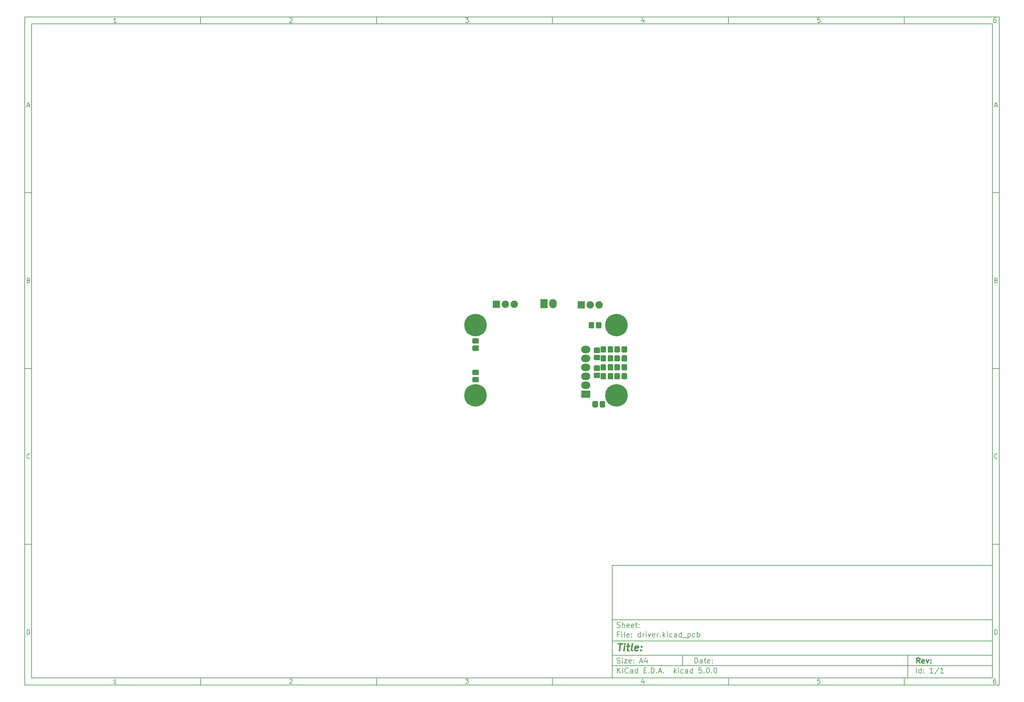
<source format=gbs>
G04 #@! TF.GenerationSoftware,KiCad,Pcbnew,5.0.0*
G04 #@! TF.CreationDate,2018-10-21T13:37:26+10:00*
G04 #@! TF.ProjectId,driver,6472697665722E6B696361645F706362,rev?*
G04 #@! TF.SameCoordinates,Original*
G04 #@! TF.FileFunction,Soldermask,Bot*
G04 #@! TF.FilePolarity,Negative*
%FSLAX46Y46*%
G04 Gerber Fmt 4.6, Leading zero omitted, Abs format (unit mm)*
G04 Created by KiCad (PCBNEW 5.0.0) date Sun Oct 21 13:37:26 2018*
%MOMM*%
%LPD*%
G01*
G04 APERTURE LIST*
%ADD10C,0.100000*%
%ADD11C,0.150000*%
%ADD12C,0.300000*%
%ADD13C,0.400000*%
%ADD14O,2.100000X2.100000*%
%ADD15R,2.100000X2.100000*%
%ADD16C,1.200000*%
%ADD17C,6.400000*%
%ADD18C,1.550000*%
%ADD19R,2.140000X2.600000*%
%ADD20O,2.140000X2.600000*%
%ADD21R,2.600000X2.140000*%
%ADD22O,2.600000X2.140000*%
G04 APERTURE END LIST*
D10*
D11*
X177002200Y-166007200D02*
X177002200Y-198007200D01*
X285002200Y-198007200D01*
X285002200Y-166007200D01*
X177002200Y-166007200D01*
D10*
D11*
X10000000Y-10000000D02*
X10000000Y-200007200D01*
X287002200Y-200007200D01*
X287002200Y-10000000D01*
X10000000Y-10000000D01*
D10*
D11*
X12000000Y-12000000D02*
X12000000Y-198007200D01*
X285002200Y-198007200D01*
X285002200Y-12000000D01*
X12000000Y-12000000D01*
D10*
D11*
X60000000Y-12000000D02*
X60000000Y-10000000D01*
D10*
D11*
X110000000Y-12000000D02*
X110000000Y-10000000D01*
D10*
D11*
X160000000Y-12000000D02*
X160000000Y-10000000D01*
D10*
D11*
X210000000Y-12000000D02*
X210000000Y-10000000D01*
D10*
D11*
X260000000Y-12000000D02*
X260000000Y-10000000D01*
D10*
D11*
X36065476Y-11588095D02*
X35322619Y-11588095D01*
X35694047Y-11588095D02*
X35694047Y-10288095D01*
X35570238Y-10473809D01*
X35446428Y-10597619D01*
X35322619Y-10659523D01*
D10*
D11*
X85322619Y-10411904D02*
X85384523Y-10350000D01*
X85508333Y-10288095D01*
X85817857Y-10288095D01*
X85941666Y-10350000D01*
X86003571Y-10411904D01*
X86065476Y-10535714D01*
X86065476Y-10659523D01*
X86003571Y-10845238D01*
X85260714Y-11588095D01*
X86065476Y-11588095D01*
D10*
D11*
X135260714Y-10288095D02*
X136065476Y-10288095D01*
X135632142Y-10783333D01*
X135817857Y-10783333D01*
X135941666Y-10845238D01*
X136003571Y-10907142D01*
X136065476Y-11030952D01*
X136065476Y-11340476D01*
X136003571Y-11464285D01*
X135941666Y-11526190D01*
X135817857Y-11588095D01*
X135446428Y-11588095D01*
X135322619Y-11526190D01*
X135260714Y-11464285D01*
D10*
D11*
X185941666Y-10721428D02*
X185941666Y-11588095D01*
X185632142Y-10226190D02*
X185322619Y-11154761D01*
X186127380Y-11154761D01*
D10*
D11*
X236003571Y-10288095D02*
X235384523Y-10288095D01*
X235322619Y-10907142D01*
X235384523Y-10845238D01*
X235508333Y-10783333D01*
X235817857Y-10783333D01*
X235941666Y-10845238D01*
X236003571Y-10907142D01*
X236065476Y-11030952D01*
X236065476Y-11340476D01*
X236003571Y-11464285D01*
X235941666Y-11526190D01*
X235817857Y-11588095D01*
X235508333Y-11588095D01*
X235384523Y-11526190D01*
X235322619Y-11464285D01*
D10*
D11*
X285941666Y-10288095D02*
X285694047Y-10288095D01*
X285570238Y-10350000D01*
X285508333Y-10411904D01*
X285384523Y-10597619D01*
X285322619Y-10845238D01*
X285322619Y-11340476D01*
X285384523Y-11464285D01*
X285446428Y-11526190D01*
X285570238Y-11588095D01*
X285817857Y-11588095D01*
X285941666Y-11526190D01*
X286003571Y-11464285D01*
X286065476Y-11340476D01*
X286065476Y-11030952D01*
X286003571Y-10907142D01*
X285941666Y-10845238D01*
X285817857Y-10783333D01*
X285570238Y-10783333D01*
X285446428Y-10845238D01*
X285384523Y-10907142D01*
X285322619Y-11030952D01*
D10*
D11*
X60000000Y-198007200D02*
X60000000Y-200007200D01*
D10*
D11*
X110000000Y-198007200D02*
X110000000Y-200007200D01*
D10*
D11*
X160000000Y-198007200D02*
X160000000Y-200007200D01*
D10*
D11*
X210000000Y-198007200D02*
X210000000Y-200007200D01*
D10*
D11*
X260000000Y-198007200D02*
X260000000Y-200007200D01*
D10*
D11*
X36065476Y-199595295D02*
X35322619Y-199595295D01*
X35694047Y-199595295D02*
X35694047Y-198295295D01*
X35570238Y-198481009D01*
X35446428Y-198604819D01*
X35322619Y-198666723D01*
D10*
D11*
X85322619Y-198419104D02*
X85384523Y-198357200D01*
X85508333Y-198295295D01*
X85817857Y-198295295D01*
X85941666Y-198357200D01*
X86003571Y-198419104D01*
X86065476Y-198542914D01*
X86065476Y-198666723D01*
X86003571Y-198852438D01*
X85260714Y-199595295D01*
X86065476Y-199595295D01*
D10*
D11*
X135260714Y-198295295D02*
X136065476Y-198295295D01*
X135632142Y-198790533D01*
X135817857Y-198790533D01*
X135941666Y-198852438D01*
X136003571Y-198914342D01*
X136065476Y-199038152D01*
X136065476Y-199347676D01*
X136003571Y-199471485D01*
X135941666Y-199533390D01*
X135817857Y-199595295D01*
X135446428Y-199595295D01*
X135322619Y-199533390D01*
X135260714Y-199471485D01*
D10*
D11*
X185941666Y-198728628D02*
X185941666Y-199595295D01*
X185632142Y-198233390D02*
X185322619Y-199161961D01*
X186127380Y-199161961D01*
D10*
D11*
X236003571Y-198295295D02*
X235384523Y-198295295D01*
X235322619Y-198914342D01*
X235384523Y-198852438D01*
X235508333Y-198790533D01*
X235817857Y-198790533D01*
X235941666Y-198852438D01*
X236003571Y-198914342D01*
X236065476Y-199038152D01*
X236065476Y-199347676D01*
X236003571Y-199471485D01*
X235941666Y-199533390D01*
X235817857Y-199595295D01*
X235508333Y-199595295D01*
X235384523Y-199533390D01*
X235322619Y-199471485D01*
D10*
D11*
X285941666Y-198295295D02*
X285694047Y-198295295D01*
X285570238Y-198357200D01*
X285508333Y-198419104D01*
X285384523Y-198604819D01*
X285322619Y-198852438D01*
X285322619Y-199347676D01*
X285384523Y-199471485D01*
X285446428Y-199533390D01*
X285570238Y-199595295D01*
X285817857Y-199595295D01*
X285941666Y-199533390D01*
X286003571Y-199471485D01*
X286065476Y-199347676D01*
X286065476Y-199038152D01*
X286003571Y-198914342D01*
X285941666Y-198852438D01*
X285817857Y-198790533D01*
X285570238Y-198790533D01*
X285446428Y-198852438D01*
X285384523Y-198914342D01*
X285322619Y-199038152D01*
D10*
D11*
X10000000Y-60000000D02*
X12000000Y-60000000D01*
D10*
D11*
X10000000Y-110000000D02*
X12000000Y-110000000D01*
D10*
D11*
X10000000Y-160000000D02*
X12000000Y-160000000D01*
D10*
D11*
X10690476Y-35216666D02*
X11309523Y-35216666D01*
X10566666Y-35588095D02*
X11000000Y-34288095D01*
X11433333Y-35588095D01*
D10*
D11*
X11092857Y-84907142D02*
X11278571Y-84969047D01*
X11340476Y-85030952D01*
X11402380Y-85154761D01*
X11402380Y-85340476D01*
X11340476Y-85464285D01*
X11278571Y-85526190D01*
X11154761Y-85588095D01*
X10659523Y-85588095D01*
X10659523Y-84288095D01*
X11092857Y-84288095D01*
X11216666Y-84350000D01*
X11278571Y-84411904D01*
X11340476Y-84535714D01*
X11340476Y-84659523D01*
X11278571Y-84783333D01*
X11216666Y-84845238D01*
X11092857Y-84907142D01*
X10659523Y-84907142D01*
D10*
D11*
X11402380Y-135464285D02*
X11340476Y-135526190D01*
X11154761Y-135588095D01*
X11030952Y-135588095D01*
X10845238Y-135526190D01*
X10721428Y-135402380D01*
X10659523Y-135278571D01*
X10597619Y-135030952D01*
X10597619Y-134845238D01*
X10659523Y-134597619D01*
X10721428Y-134473809D01*
X10845238Y-134350000D01*
X11030952Y-134288095D01*
X11154761Y-134288095D01*
X11340476Y-134350000D01*
X11402380Y-134411904D01*
D10*
D11*
X10659523Y-185588095D02*
X10659523Y-184288095D01*
X10969047Y-184288095D01*
X11154761Y-184350000D01*
X11278571Y-184473809D01*
X11340476Y-184597619D01*
X11402380Y-184845238D01*
X11402380Y-185030952D01*
X11340476Y-185278571D01*
X11278571Y-185402380D01*
X11154761Y-185526190D01*
X10969047Y-185588095D01*
X10659523Y-185588095D01*
D10*
D11*
X287002200Y-60000000D02*
X285002200Y-60000000D01*
D10*
D11*
X287002200Y-110000000D02*
X285002200Y-110000000D01*
D10*
D11*
X287002200Y-160000000D02*
X285002200Y-160000000D01*
D10*
D11*
X285692676Y-35216666D02*
X286311723Y-35216666D01*
X285568866Y-35588095D02*
X286002200Y-34288095D01*
X286435533Y-35588095D01*
D10*
D11*
X286095057Y-84907142D02*
X286280771Y-84969047D01*
X286342676Y-85030952D01*
X286404580Y-85154761D01*
X286404580Y-85340476D01*
X286342676Y-85464285D01*
X286280771Y-85526190D01*
X286156961Y-85588095D01*
X285661723Y-85588095D01*
X285661723Y-84288095D01*
X286095057Y-84288095D01*
X286218866Y-84350000D01*
X286280771Y-84411904D01*
X286342676Y-84535714D01*
X286342676Y-84659523D01*
X286280771Y-84783333D01*
X286218866Y-84845238D01*
X286095057Y-84907142D01*
X285661723Y-84907142D01*
D10*
D11*
X286404580Y-135464285D02*
X286342676Y-135526190D01*
X286156961Y-135588095D01*
X286033152Y-135588095D01*
X285847438Y-135526190D01*
X285723628Y-135402380D01*
X285661723Y-135278571D01*
X285599819Y-135030952D01*
X285599819Y-134845238D01*
X285661723Y-134597619D01*
X285723628Y-134473809D01*
X285847438Y-134350000D01*
X286033152Y-134288095D01*
X286156961Y-134288095D01*
X286342676Y-134350000D01*
X286404580Y-134411904D01*
D10*
D11*
X285661723Y-185588095D02*
X285661723Y-184288095D01*
X285971247Y-184288095D01*
X286156961Y-184350000D01*
X286280771Y-184473809D01*
X286342676Y-184597619D01*
X286404580Y-184845238D01*
X286404580Y-185030952D01*
X286342676Y-185278571D01*
X286280771Y-185402380D01*
X286156961Y-185526190D01*
X285971247Y-185588095D01*
X285661723Y-185588095D01*
D10*
D11*
X200434342Y-193785771D02*
X200434342Y-192285771D01*
X200791485Y-192285771D01*
X201005771Y-192357200D01*
X201148628Y-192500057D01*
X201220057Y-192642914D01*
X201291485Y-192928628D01*
X201291485Y-193142914D01*
X201220057Y-193428628D01*
X201148628Y-193571485D01*
X201005771Y-193714342D01*
X200791485Y-193785771D01*
X200434342Y-193785771D01*
X202577200Y-193785771D02*
X202577200Y-193000057D01*
X202505771Y-192857200D01*
X202362914Y-192785771D01*
X202077200Y-192785771D01*
X201934342Y-192857200D01*
X202577200Y-193714342D02*
X202434342Y-193785771D01*
X202077200Y-193785771D01*
X201934342Y-193714342D01*
X201862914Y-193571485D01*
X201862914Y-193428628D01*
X201934342Y-193285771D01*
X202077200Y-193214342D01*
X202434342Y-193214342D01*
X202577200Y-193142914D01*
X203077200Y-192785771D02*
X203648628Y-192785771D01*
X203291485Y-192285771D02*
X203291485Y-193571485D01*
X203362914Y-193714342D01*
X203505771Y-193785771D01*
X203648628Y-193785771D01*
X204720057Y-193714342D02*
X204577200Y-193785771D01*
X204291485Y-193785771D01*
X204148628Y-193714342D01*
X204077200Y-193571485D01*
X204077200Y-193000057D01*
X204148628Y-192857200D01*
X204291485Y-192785771D01*
X204577200Y-192785771D01*
X204720057Y-192857200D01*
X204791485Y-193000057D01*
X204791485Y-193142914D01*
X204077200Y-193285771D01*
X205434342Y-193642914D02*
X205505771Y-193714342D01*
X205434342Y-193785771D01*
X205362914Y-193714342D01*
X205434342Y-193642914D01*
X205434342Y-193785771D01*
X205434342Y-192857200D02*
X205505771Y-192928628D01*
X205434342Y-193000057D01*
X205362914Y-192928628D01*
X205434342Y-192857200D01*
X205434342Y-193000057D01*
D10*
D11*
X177002200Y-194507200D02*
X285002200Y-194507200D01*
D10*
D11*
X178434342Y-196585771D02*
X178434342Y-195085771D01*
X179291485Y-196585771D02*
X178648628Y-195728628D01*
X179291485Y-195085771D02*
X178434342Y-195942914D01*
X179934342Y-196585771D02*
X179934342Y-195585771D01*
X179934342Y-195085771D02*
X179862914Y-195157200D01*
X179934342Y-195228628D01*
X180005771Y-195157200D01*
X179934342Y-195085771D01*
X179934342Y-195228628D01*
X181505771Y-196442914D02*
X181434342Y-196514342D01*
X181220057Y-196585771D01*
X181077200Y-196585771D01*
X180862914Y-196514342D01*
X180720057Y-196371485D01*
X180648628Y-196228628D01*
X180577200Y-195942914D01*
X180577200Y-195728628D01*
X180648628Y-195442914D01*
X180720057Y-195300057D01*
X180862914Y-195157200D01*
X181077200Y-195085771D01*
X181220057Y-195085771D01*
X181434342Y-195157200D01*
X181505771Y-195228628D01*
X182791485Y-196585771D02*
X182791485Y-195800057D01*
X182720057Y-195657200D01*
X182577200Y-195585771D01*
X182291485Y-195585771D01*
X182148628Y-195657200D01*
X182791485Y-196514342D02*
X182648628Y-196585771D01*
X182291485Y-196585771D01*
X182148628Y-196514342D01*
X182077200Y-196371485D01*
X182077200Y-196228628D01*
X182148628Y-196085771D01*
X182291485Y-196014342D01*
X182648628Y-196014342D01*
X182791485Y-195942914D01*
X184148628Y-196585771D02*
X184148628Y-195085771D01*
X184148628Y-196514342D02*
X184005771Y-196585771D01*
X183720057Y-196585771D01*
X183577200Y-196514342D01*
X183505771Y-196442914D01*
X183434342Y-196300057D01*
X183434342Y-195871485D01*
X183505771Y-195728628D01*
X183577200Y-195657200D01*
X183720057Y-195585771D01*
X184005771Y-195585771D01*
X184148628Y-195657200D01*
X186005771Y-195800057D02*
X186505771Y-195800057D01*
X186720057Y-196585771D02*
X186005771Y-196585771D01*
X186005771Y-195085771D01*
X186720057Y-195085771D01*
X187362914Y-196442914D02*
X187434342Y-196514342D01*
X187362914Y-196585771D01*
X187291485Y-196514342D01*
X187362914Y-196442914D01*
X187362914Y-196585771D01*
X188077200Y-196585771D02*
X188077200Y-195085771D01*
X188434342Y-195085771D01*
X188648628Y-195157200D01*
X188791485Y-195300057D01*
X188862914Y-195442914D01*
X188934342Y-195728628D01*
X188934342Y-195942914D01*
X188862914Y-196228628D01*
X188791485Y-196371485D01*
X188648628Y-196514342D01*
X188434342Y-196585771D01*
X188077200Y-196585771D01*
X189577200Y-196442914D02*
X189648628Y-196514342D01*
X189577200Y-196585771D01*
X189505771Y-196514342D01*
X189577200Y-196442914D01*
X189577200Y-196585771D01*
X190220057Y-196157200D02*
X190934342Y-196157200D01*
X190077200Y-196585771D02*
X190577200Y-195085771D01*
X191077200Y-196585771D01*
X191577200Y-196442914D02*
X191648628Y-196514342D01*
X191577200Y-196585771D01*
X191505771Y-196514342D01*
X191577200Y-196442914D01*
X191577200Y-196585771D01*
X194577200Y-196585771D02*
X194577200Y-195085771D01*
X194720057Y-196014342D02*
X195148628Y-196585771D01*
X195148628Y-195585771D02*
X194577200Y-196157200D01*
X195791485Y-196585771D02*
X195791485Y-195585771D01*
X195791485Y-195085771D02*
X195720057Y-195157200D01*
X195791485Y-195228628D01*
X195862914Y-195157200D01*
X195791485Y-195085771D01*
X195791485Y-195228628D01*
X197148628Y-196514342D02*
X197005771Y-196585771D01*
X196720057Y-196585771D01*
X196577200Y-196514342D01*
X196505771Y-196442914D01*
X196434342Y-196300057D01*
X196434342Y-195871485D01*
X196505771Y-195728628D01*
X196577200Y-195657200D01*
X196720057Y-195585771D01*
X197005771Y-195585771D01*
X197148628Y-195657200D01*
X198434342Y-196585771D02*
X198434342Y-195800057D01*
X198362914Y-195657200D01*
X198220057Y-195585771D01*
X197934342Y-195585771D01*
X197791485Y-195657200D01*
X198434342Y-196514342D02*
X198291485Y-196585771D01*
X197934342Y-196585771D01*
X197791485Y-196514342D01*
X197720057Y-196371485D01*
X197720057Y-196228628D01*
X197791485Y-196085771D01*
X197934342Y-196014342D01*
X198291485Y-196014342D01*
X198434342Y-195942914D01*
X199791485Y-196585771D02*
X199791485Y-195085771D01*
X199791485Y-196514342D02*
X199648628Y-196585771D01*
X199362914Y-196585771D01*
X199220057Y-196514342D01*
X199148628Y-196442914D01*
X199077200Y-196300057D01*
X199077200Y-195871485D01*
X199148628Y-195728628D01*
X199220057Y-195657200D01*
X199362914Y-195585771D01*
X199648628Y-195585771D01*
X199791485Y-195657200D01*
X202362914Y-195085771D02*
X201648628Y-195085771D01*
X201577200Y-195800057D01*
X201648628Y-195728628D01*
X201791485Y-195657200D01*
X202148628Y-195657200D01*
X202291485Y-195728628D01*
X202362914Y-195800057D01*
X202434342Y-195942914D01*
X202434342Y-196300057D01*
X202362914Y-196442914D01*
X202291485Y-196514342D01*
X202148628Y-196585771D01*
X201791485Y-196585771D01*
X201648628Y-196514342D01*
X201577200Y-196442914D01*
X203077200Y-196442914D02*
X203148628Y-196514342D01*
X203077200Y-196585771D01*
X203005771Y-196514342D01*
X203077200Y-196442914D01*
X203077200Y-196585771D01*
X204077200Y-195085771D02*
X204220057Y-195085771D01*
X204362914Y-195157200D01*
X204434342Y-195228628D01*
X204505771Y-195371485D01*
X204577200Y-195657200D01*
X204577200Y-196014342D01*
X204505771Y-196300057D01*
X204434342Y-196442914D01*
X204362914Y-196514342D01*
X204220057Y-196585771D01*
X204077200Y-196585771D01*
X203934342Y-196514342D01*
X203862914Y-196442914D01*
X203791485Y-196300057D01*
X203720057Y-196014342D01*
X203720057Y-195657200D01*
X203791485Y-195371485D01*
X203862914Y-195228628D01*
X203934342Y-195157200D01*
X204077200Y-195085771D01*
X205220057Y-196442914D02*
X205291485Y-196514342D01*
X205220057Y-196585771D01*
X205148628Y-196514342D01*
X205220057Y-196442914D01*
X205220057Y-196585771D01*
X206220057Y-195085771D02*
X206362914Y-195085771D01*
X206505771Y-195157200D01*
X206577200Y-195228628D01*
X206648628Y-195371485D01*
X206720057Y-195657200D01*
X206720057Y-196014342D01*
X206648628Y-196300057D01*
X206577200Y-196442914D01*
X206505771Y-196514342D01*
X206362914Y-196585771D01*
X206220057Y-196585771D01*
X206077200Y-196514342D01*
X206005771Y-196442914D01*
X205934342Y-196300057D01*
X205862914Y-196014342D01*
X205862914Y-195657200D01*
X205934342Y-195371485D01*
X206005771Y-195228628D01*
X206077200Y-195157200D01*
X206220057Y-195085771D01*
D10*
D11*
X177002200Y-191507200D02*
X285002200Y-191507200D01*
D10*
D12*
X264411485Y-193785771D02*
X263911485Y-193071485D01*
X263554342Y-193785771D02*
X263554342Y-192285771D01*
X264125771Y-192285771D01*
X264268628Y-192357200D01*
X264340057Y-192428628D01*
X264411485Y-192571485D01*
X264411485Y-192785771D01*
X264340057Y-192928628D01*
X264268628Y-193000057D01*
X264125771Y-193071485D01*
X263554342Y-193071485D01*
X265625771Y-193714342D02*
X265482914Y-193785771D01*
X265197200Y-193785771D01*
X265054342Y-193714342D01*
X264982914Y-193571485D01*
X264982914Y-193000057D01*
X265054342Y-192857200D01*
X265197200Y-192785771D01*
X265482914Y-192785771D01*
X265625771Y-192857200D01*
X265697200Y-193000057D01*
X265697200Y-193142914D01*
X264982914Y-193285771D01*
X266197200Y-192785771D02*
X266554342Y-193785771D01*
X266911485Y-192785771D01*
X267482914Y-193642914D02*
X267554342Y-193714342D01*
X267482914Y-193785771D01*
X267411485Y-193714342D01*
X267482914Y-193642914D01*
X267482914Y-193785771D01*
X267482914Y-192857200D02*
X267554342Y-192928628D01*
X267482914Y-193000057D01*
X267411485Y-192928628D01*
X267482914Y-192857200D01*
X267482914Y-193000057D01*
D10*
D11*
X178362914Y-193714342D02*
X178577200Y-193785771D01*
X178934342Y-193785771D01*
X179077200Y-193714342D01*
X179148628Y-193642914D01*
X179220057Y-193500057D01*
X179220057Y-193357200D01*
X179148628Y-193214342D01*
X179077200Y-193142914D01*
X178934342Y-193071485D01*
X178648628Y-193000057D01*
X178505771Y-192928628D01*
X178434342Y-192857200D01*
X178362914Y-192714342D01*
X178362914Y-192571485D01*
X178434342Y-192428628D01*
X178505771Y-192357200D01*
X178648628Y-192285771D01*
X179005771Y-192285771D01*
X179220057Y-192357200D01*
X179862914Y-193785771D02*
X179862914Y-192785771D01*
X179862914Y-192285771D02*
X179791485Y-192357200D01*
X179862914Y-192428628D01*
X179934342Y-192357200D01*
X179862914Y-192285771D01*
X179862914Y-192428628D01*
X180434342Y-192785771D02*
X181220057Y-192785771D01*
X180434342Y-193785771D01*
X181220057Y-193785771D01*
X182362914Y-193714342D02*
X182220057Y-193785771D01*
X181934342Y-193785771D01*
X181791485Y-193714342D01*
X181720057Y-193571485D01*
X181720057Y-193000057D01*
X181791485Y-192857200D01*
X181934342Y-192785771D01*
X182220057Y-192785771D01*
X182362914Y-192857200D01*
X182434342Y-193000057D01*
X182434342Y-193142914D01*
X181720057Y-193285771D01*
X183077200Y-193642914D02*
X183148628Y-193714342D01*
X183077200Y-193785771D01*
X183005771Y-193714342D01*
X183077200Y-193642914D01*
X183077200Y-193785771D01*
X183077200Y-192857200D02*
X183148628Y-192928628D01*
X183077200Y-193000057D01*
X183005771Y-192928628D01*
X183077200Y-192857200D01*
X183077200Y-193000057D01*
X184862914Y-193357200D02*
X185577200Y-193357200D01*
X184720057Y-193785771D02*
X185220057Y-192285771D01*
X185720057Y-193785771D01*
X186862914Y-192785771D02*
X186862914Y-193785771D01*
X186505771Y-192214342D02*
X186148628Y-193285771D01*
X187077200Y-193285771D01*
D10*
D11*
X263434342Y-196585771D02*
X263434342Y-195085771D01*
X264791485Y-196585771D02*
X264791485Y-195085771D01*
X264791485Y-196514342D02*
X264648628Y-196585771D01*
X264362914Y-196585771D01*
X264220057Y-196514342D01*
X264148628Y-196442914D01*
X264077200Y-196300057D01*
X264077200Y-195871485D01*
X264148628Y-195728628D01*
X264220057Y-195657200D01*
X264362914Y-195585771D01*
X264648628Y-195585771D01*
X264791485Y-195657200D01*
X265505771Y-196442914D02*
X265577200Y-196514342D01*
X265505771Y-196585771D01*
X265434342Y-196514342D01*
X265505771Y-196442914D01*
X265505771Y-196585771D01*
X265505771Y-195657200D02*
X265577200Y-195728628D01*
X265505771Y-195800057D01*
X265434342Y-195728628D01*
X265505771Y-195657200D01*
X265505771Y-195800057D01*
X268148628Y-196585771D02*
X267291485Y-196585771D01*
X267720057Y-196585771D02*
X267720057Y-195085771D01*
X267577200Y-195300057D01*
X267434342Y-195442914D01*
X267291485Y-195514342D01*
X269862914Y-195014342D02*
X268577200Y-196942914D01*
X271148628Y-196585771D02*
X270291485Y-196585771D01*
X270720057Y-196585771D02*
X270720057Y-195085771D01*
X270577200Y-195300057D01*
X270434342Y-195442914D01*
X270291485Y-195514342D01*
D10*
D11*
X177002200Y-187507200D02*
X285002200Y-187507200D01*
D10*
D13*
X178714580Y-188211961D02*
X179857438Y-188211961D01*
X179036009Y-190211961D02*
X179286009Y-188211961D01*
X180274104Y-190211961D02*
X180440771Y-188878628D01*
X180524104Y-188211961D02*
X180416961Y-188307200D01*
X180500295Y-188402438D01*
X180607438Y-188307200D01*
X180524104Y-188211961D01*
X180500295Y-188402438D01*
X181107438Y-188878628D02*
X181869342Y-188878628D01*
X181476485Y-188211961D02*
X181262200Y-189926247D01*
X181333628Y-190116723D01*
X181512200Y-190211961D01*
X181702676Y-190211961D01*
X182655057Y-190211961D02*
X182476485Y-190116723D01*
X182405057Y-189926247D01*
X182619342Y-188211961D01*
X184190771Y-190116723D02*
X183988390Y-190211961D01*
X183607438Y-190211961D01*
X183428866Y-190116723D01*
X183357438Y-189926247D01*
X183452676Y-189164342D01*
X183571723Y-188973866D01*
X183774104Y-188878628D01*
X184155057Y-188878628D01*
X184333628Y-188973866D01*
X184405057Y-189164342D01*
X184381247Y-189354819D01*
X183405057Y-189545295D01*
X185155057Y-190021485D02*
X185238390Y-190116723D01*
X185131247Y-190211961D01*
X185047914Y-190116723D01*
X185155057Y-190021485D01*
X185131247Y-190211961D01*
X185286009Y-188973866D02*
X185369342Y-189069104D01*
X185262200Y-189164342D01*
X185178866Y-189069104D01*
X185286009Y-188973866D01*
X185262200Y-189164342D01*
D10*
D11*
X178934342Y-185600057D02*
X178434342Y-185600057D01*
X178434342Y-186385771D02*
X178434342Y-184885771D01*
X179148628Y-184885771D01*
X179720057Y-186385771D02*
X179720057Y-185385771D01*
X179720057Y-184885771D02*
X179648628Y-184957200D01*
X179720057Y-185028628D01*
X179791485Y-184957200D01*
X179720057Y-184885771D01*
X179720057Y-185028628D01*
X180648628Y-186385771D02*
X180505771Y-186314342D01*
X180434342Y-186171485D01*
X180434342Y-184885771D01*
X181791485Y-186314342D02*
X181648628Y-186385771D01*
X181362914Y-186385771D01*
X181220057Y-186314342D01*
X181148628Y-186171485D01*
X181148628Y-185600057D01*
X181220057Y-185457200D01*
X181362914Y-185385771D01*
X181648628Y-185385771D01*
X181791485Y-185457200D01*
X181862914Y-185600057D01*
X181862914Y-185742914D01*
X181148628Y-185885771D01*
X182505771Y-186242914D02*
X182577200Y-186314342D01*
X182505771Y-186385771D01*
X182434342Y-186314342D01*
X182505771Y-186242914D01*
X182505771Y-186385771D01*
X182505771Y-185457200D02*
X182577200Y-185528628D01*
X182505771Y-185600057D01*
X182434342Y-185528628D01*
X182505771Y-185457200D01*
X182505771Y-185600057D01*
X185005771Y-186385771D02*
X185005771Y-184885771D01*
X185005771Y-186314342D02*
X184862914Y-186385771D01*
X184577200Y-186385771D01*
X184434342Y-186314342D01*
X184362914Y-186242914D01*
X184291485Y-186100057D01*
X184291485Y-185671485D01*
X184362914Y-185528628D01*
X184434342Y-185457200D01*
X184577200Y-185385771D01*
X184862914Y-185385771D01*
X185005771Y-185457200D01*
X185720057Y-186385771D02*
X185720057Y-185385771D01*
X185720057Y-185671485D02*
X185791485Y-185528628D01*
X185862914Y-185457200D01*
X186005771Y-185385771D01*
X186148628Y-185385771D01*
X186648628Y-186385771D02*
X186648628Y-185385771D01*
X186648628Y-184885771D02*
X186577200Y-184957200D01*
X186648628Y-185028628D01*
X186720057Y-184957200D01*
X186648628Y-184885771D01*
X186648628Y-185028628D01*
X187220057Y-185385771D02*
X187577200Y-186385771D01*
X187934342Y-185385771D01*
X189077200Y-186314342D02*
X188934342Y-186385771D01*
X188648628Y-186385771D01*
X188505771Y-186314342D01*
X188434342Y-186171485D01*
X188434342Y-185600057D01*
X188505771Y-185457200D01*
X188648628Y-185385771D01*
X188934342Y-185385771D01*
X189077200Y-185457200D01*
X189148628Y-185600057D01*
X189148628Y-185742914D01*
X188434342Y-185885771D01*
X189791485Y-186385771D02*
X189791485Y-185385771D01*
X189791485Y-185671485D02*
X189862914Y-185528628D01*
X189934342Y-185457200D01*
X190077200Y-185385771D01*
X190220057Y-185385771D01*
X190720057Y-186242914D02*
X190791485Y-186314342D01*
X190720057Y-186385771D01*
X190648628Y-186314342D01*
X190720057Y-186242914D01*
X190720057Y-186385771D01*
X191434342Y-186385771D02*
X191434342Y-184885771D01*
X191577200Y-185814342D02*
X192005771Y-186385771D01*
X192005771Y-185385771D02*
X191434342Y-185957200D01*
X192648628Y-186385771D02*
X192648628Y-185385771D01*
X192648628Y-184885771D02*
X192577200Y-184957200D01*
X192648628Y-185028628D01*
X192720057Y-184957200D01*
X192648628Y-184885771D01*
X192648628Y-185028628D01*
X194005771Y-186314342D02*
X193862914Y-186385771D01*
X193577200Y-186385771D01*
X193434342Y-186314342D01*
X193362914Y-186242914D01*
X193291485Y-186100057D01*
X193291485Y-185671485D01*
X193362914Y-185528628D01*
X193434342Y-185457200D01*
X193577200Y-185385771D01*
X193862914Y-185385771D01*
X194005771Y-185457200D01*
X195291485Y-186385771D02*
X195291485Y-185600057D01*
X195220057Y-185457200D01*
X195077200Y-185385771D01*
X194791485Y-185385771D01*
X194648628Y-185457200D01*
X195291485Y-186314342D02*
X195148628Y-186385771D01*
X194791485Y-186385771D01*
X194648628Y-186314342D01*
X194577200Y-186171485D01*
X194577200Y-186028628D01*
X194648628Y-185885771D01*
X194791485Y-185814342D01*
X195148628Y-185814342D01*
X195291485Y-185742914D01*
X196648628Y-186385771D02*
X196648628Y-184885771D01*
X196648628Y-186314342D02*
X196505771Y-186385771D01*
X196220057Y-186385771D01*
X196077200Y-186314342D01*
X196005771Y-186242914D01*
X195934342Y-186100057D01*
X195934342Y-185671485D01*
X196005771Y-185528628D01*
X196077200Y-185457200D01*
X196220057Y-185385771D01*
X196505771Y-185385771D01*
X196648628Y-185457200D01*
X197005771Y-186528628D02*
X198148628Y-186528628D01*
X198505771Y-185385771D02*
X198505771Y-186885771D01*
X198505771Y-185457200D02*
X198648628Y-185385771D01*
X198934342Y-185385771D01*
X199077200Y-185457200D01*
X199148628Y-185528628D01*
X199220057Y-185671485D01*
X199220057Y-186100057D01*
X199148628Y-186242914D01*
X199077200Y-186314342D01*
X198934342Y-186385771D01*
X198648628Y-186385771D01*
X198505771Y-186314342D01*
X200505771Y-186314342D02*
X200362914Y-186385771D01*
X200077200Y-186385771D01*
X199934342Y-186314342D01*
X199862914Y-186242914D01*
X199791485Y-186100057D01*
X199791485Y-185671485D01*
X199862914Y-185528628D01*
X199934342Y-185457200D01*
X200077200Y-185385771D01*
X200362914Y-185385771D01*
X200505771Y-185457200D01*
X201148628Y-186385771D02*
X201148628Y-184885771D01*
X201148628Y-185457200D02*
X201291485Y-185385771D01*
X201577200Y-185385771D01*
X201720057Y-185457200D01*
X201791485Y-185528628D01*
X201862914Y-185671485D01*
X201862914Y-186100057D01*
X201791485Y-186242914D01*
X201720057Y-186314342D01*
X201577200Y-186385771D01*
X201291485Y-186385771D01*
X201148628Y-186314342D01*
D10*
D11*
X177002200Y-181507200D02*
X285002200Y-181507200D01*
D10*
D11*
X178362914Y-183614342D02*
X178577200Y-183685771D01*
X178934342Y-183685771D01*
X179077200Y-183614342D01*
X179148628Y-183542914D01*
X179220057Y-183400057D01*
X179220057Y-183257200D01*
X179148628Y-183114342D01*
X179077200Y-183042914D01*
X178934342Y-182971485D01*
X178648628Y-182900057D01*
X178505771Y-182828628D01*
X178434342Y-182757200D01*
X178362914Y-182614342D01*
X178362914Y-182471485D01*
X178434342Y-182328628D01*
X178505771Y-182257200D01*
X178648628Y-182185771D01*
X179005771Y-182185771D01*
X179220057Y-182257200D01*
X179862914Y-183685771D02*
X179862914Y-182185771D01*
X180505771Y-183685771D02*
X180505771Y-182900057D01*
X180434342Y-182757200D01*
X180291485Y-182685771D01*
X180077200Y-182685771D01*
X179934342Y-182757200D01*
X179862914Y-182828628D01*
X181791485Y-183614342D02*
X181648628Y-183685771D01*
X181362914Y-183685771D01*
X181220057Y-183614342D01*
X181148628Y-183471485D01*
X181148628Y-182900057D01*
X181220057Y-182757200D01*
X181362914Y-182685771D01*
X181648628Y-182685771D01*
X181791485Y-182757200D01*
X181862914Y-182900057D01*
X181862914Y-183042914D01*
X181148628Y-183185771D01*
X183077200Y-183614342D02*
X182934342Y-183685771D01*
X182648628Y-183685771D01*
X182505771Y-183614342D01*
X182434342Y-183471485D01*
X182434342Y-182900057D01*
X182505771Y-182757200D01*
X182648628Y-182685771D01*
X182934342Y-182685771D01*
X183077200Y-182757200D01*
X183148628Y-182900057D01*
X183148628Y-183042914D01*
X182434342Y-183185771D01*
X183577200Y-182685771D02*
X184148628Y-182685771D01*
X183791485Y-182185771D02*
X183791485Y-183471485D01*
X183862914Y-183614342D01*
X184005771Y-183685771D01*
X184148628Y-183685771D01*
X184648628Y-183542914D02*
X184720057Y-183614342D01*
X184648628Y-183685771D01*
X184577200Y-183614342D01*
X184648628Y-183542914D01*
X184648628Y-183685771D01*
X184648628Y-182757200D02*
X184720057Y-182828628D01*
X184648628Y-182900057D01*
X184577200Y-182828628D01*
X184648628Y-182757200D01*
X184648628Y-182900057D01*
D10*
D11*
X197002200Y-191507200D02*
X197002200Y-194507200D01*
D10*
D11*
X261002200Y-191507200D02*
X261002200Y-198007200D01*
D14*
G04 #@! TO.C,J3*
X149160072Y-91715293D03*
X146620072Y-91715293D03*
D15*
X144080072Y-91715293D03*
G04 #@! TD*
G04 #@! TO.C,J4*
X168210072Y-91865293D03*
D14*
X170750072Y-91865293D03*
X173290072Y-91865293D03*
G04 #@! TD*
D16*
G04 #@! TO.C,MH2*
X176539082Y-116069303D03*
X175880072Y-117660293D03*
X176539082Y-119251283D03*
X178130072Y-119910293D03*
X179721062Y-119251283D03*
X180380072Y-117660293D03*
X179721062Y-116069303D03*
X178130072Y-115410293D03*
D17*
X178130072Y-117660293D03*
G04 #@! TD*
G04 #@! TO.C,MH4*
X138130072Y-117660293D03*
D16*
X138130072Y-115410293D03*
X139721062Y-116069303D03*
X140380072Y-117660293D03*
X139721062Y-119251283D03*
X138130072Y-119910293D03*
X136539082Y-119251283D03*
X135880072Y-117660293D03*
X136539082Y-116069303D03*
G04 #@! TD*
G04 #@! TO.C,MH1*
X176539082Y-96069303D03*
X175880072Y-97660293D03*
X176539082Y-99251283D03*
X178130072Y-99910293D03*
X179721062Y-99251283D03*
X180380072Y-97660293D03*
X179721062Y-96069303D03*
X178130072Y-95410293D03*
D17*
X178130072Y-97660293D03*
G04 #@! TD*
G04 #@! TO.C,MH3*
X138130072Y-97660293D03*
D16*
X138130072Y-95410293D03*
X139721062Y-96069303D03*
X140380072Y-97660293D03*
X139721062Y-99251283D03*
X138130072Y-99910293D03*
X136539082Y-99251283D03*
X135880072Y-97660293D03*
X136539082Y-96069303D03*
G04 #@! TD*
D10*
G04 #@! TO.C,C6*
G36*
X171551143Y-96761916D02*
X171583853Y-96766768D01*
X171615929Y-96774802D01*
X171647063Y-96785942D01*
X171676956Y-96800080D01*
X171705319Y-96817080D01*
X171731879Y-96836778D01*
X171756380Y-96858985D01*
X171778587Y-96883486D01*
X171798285Y-96910046D01*
X171815285Y-96938409D01*
X171829423Y-96968302D01*
X171840563Y-96999436D01*
X171848597Y-97031512D01*
X171853449Y-97064222D01*
X171855072Y-97097249D01*
X171855072Y-98223337D01*
X171853449Y-98256364D01*
X171848597Y-98289074D01*
X171840563Y-98321150D01*
X171829423Y-98352284D01*
X171815285Y-98382177D01*
X171798285Y-98410540D01*
X171778587Y-98437100D01*
X171756380Y-98461601D01*
X171731879Y-98483808D01*
X171705319Y-98503506D01*
X171676956Y-98520506D01*
X171647063Y-98534644D01*
X171615929Y-98545784D01*
X171583853Y-98553818D01*
X171551143Y-98558670D01*
X171518116Y-98560293D01*
X170642028Y-98560293D01*
X170609001Y-98558670D01*
X170576291Y-98553818D01*
X170544215Y-98545784D01*
X170513081Y-98534644D01*
X170483188Y-98520506D01*
X170454825Y-98503506D01*
X170428265Y-98483808D01*
X170403764Y-98461601D01*
X170381557Y-98437100D01*
X170361859Y-98410540D01*
X170344859Y-98382177D01*
X170330721Y-98352284D01*
X170319581Y-98321150D01*
X170311547Y-98289074D01*
X170306695Y-98256364D01*
X170305072Y-98223337D01*
X170305072Y-97097249D01*
X170306695Y-97064222D01*
X170311547Y-97031512D01*
X170319581Y-96999436D01*
X170330721Y-96968302D01*
X170344859Y-96938409D01*
X170361859Y-96910046D01*
X170381557Y-96883486D01*
X170403764Y-96858985D01*
X170428265Y-96836778D01*
X170454825Y-96817080D01*
X170483188Y-96800080D01*
X170513081Y-96785942D01*
X170544215Y-96774802D01*
X170576291Y-96766768D01*
X170609001Y-96761916D01*
X170642028Y-96760293D01*
X171518116Y-96760293D01*
X171551143Y-96761916D01*
X171551143Y-96761916D01*
G37*
D18*
X171080072Y-97660293D03*
D10*
G36*
X173601143Y-96761916D02*
X173633853Y-96766768D01*
X173665929Y-96774802D01*
X173697063Y-96785942D01*
X173726956Y-96800080D01*
X173755319Y-96817080D01*
X173781879Y-96836778D01*
X173806380Y-96858985D01*
X173828587Y-96883486D01*
X173848285Y-96910046D01*
X173865285Y-96938409D01*
X173879423Y-96968302D01*
X173890563Y-96999436D01*
X173898597Y-97031512D01*
X173903449Y-97064222D01*
X173905072Y-97097249D01*
X173905072Y-98223337D01*
X173903449Y-98256364D01*
X173898597Y-98289074D01*
X173890563Y-98321150D01*
X173879423Y-98352284D01*
X173865285Y-98382177D01*
X173848285Y-98410540D01*
X173828587Y-98437100D01*
X173806380Y-98461601D01*
X173781879Y-98483808D01*
X173755319Y-98503506D01*
X173726956Y-98520506D01*
X173697063Y-98534644D01*
X173665929Y-98545784D01*
X173633853Y-98553818D01*
X173601143Y-98558670D01*
X173568116Y-98560293D01*
X172692028Y-98560293D01*
X172659001Y-98558670D01*
X172626291Y-98553818D01*
X172594215Y-98545784D01*
X172563081Y-98534644D01*
X172533188Y-98520506D01*
X172504825Y-98503506D01*
X172478265Y-98483808D01*
X172453764Y-98461601D01*
X172431557Y-98437100D01*
X172411859Y-98410540D01*
X172394859Y-98382177D01*
X172380721Y-98352284D01*
X172369581Y-98321150D01*
X172361547Y-98289074D01*
X172356695Y-98256364D01*
X172355072Y-98223337D01*
X172355072Y-97097249D01*
X172356695Y-97064222D01*
X172361547Y-97031512D01*
X172369581Y-96999436D01*
X172380721Y-96968302D01*
X172394859Y-96938409D01*
X172411859Y-96910046D01*
X172431557Y-96883486D01*
X172453764Y-96858985D01*
X172478265Y-96836778D01*
X172504825Y-96817080D01*
X172533188Y-96800080D01*
X172563081Y-96785942D01*
X172594215Y-96774802D01*
X172626291Y-96766768D01*
X172659001Y-96761916D01*
X172692028Y-96760293D01*
X173568116Y-96760293D01*
X173601143Y-96761916D01*
X173601143Y-96761916D01*
G37*
D18*
X173130072Y-97660293D03*
G04 #@! TD*
D10*
G04 #@! TO.C,C7*
G36*
X174651143Y-119261916D02*
X174683853Y-119266768D01*
X174715929Y-119274802D01*
X174747063Y-119285942D01*
X174776956Y-119300080D01*
X174805319Y-119317080D01*
X174831879Y-119336778D01*
X174856380Y-119358985D01*
X174878587Y-119383486D01*
X174898285Y-119410046D01*
X174915285Y-119438409D01*
X174929423Y-119468302D01*
X174940563Y-119499436D01*
X174948597Y-119531512D01*
X174953449Y-119564222D01*
X174955072Y-119597249D01*
X174955072Y-120723337D01*
X174953449Y-120756364D01*
X174948597Y-120789074D01*
X174940563Y-120821150D01*
X174929423Y-120852284D01*
X174915285Y-120882177D01*
X174898285Y-120910540D01*
X174878587Y-120937100D01*
X174856380Y-120961601D01*
X174831879Y-120983808D01*
X174805319Y-121003506D01*
X174776956Y-121020506D01*
X174747063Y-121034644D01*
X174715929Y-121045784D01*
X174683853Y-121053818D01*
X174651143Y-121058670D01*
X174618116Y-121060293D01*
X173742028Y-121060293D01*
X173709001Y-121058670D01*
X173676291Y-121053818D01*
X173644215Y-121045784D01*
X173613081Y-121034644D01*
X173583188Y-121020506D01*
X173554825Y-121003506D01*
X173528265Y-120983808D01*
X173503764Y-120961601D01*
X173481557Y-120937100D01*
X173461859Y-120910540D01*
X173444859Y-120882177D01*
X173430721Y-120852284D01*
X173419581Y-120821150D01*
X173411547Y-120789074D01*
X173406695Y-120756364D01*
X173405072Y-120723337D01*
X173405072Y-119597249D01*
X173406695Y-119564222D01*
X173411547Y-119531512D01*
X173419581Y-119499436D01*
X173430721Y-119468302D01*
X173444859Y-119438409D01*
X173461859Y-119410046D01*
X173481557Y-119383486D01*
X173503764Y-119358985D01*
X173528265Y-119336778D01*
X173554825Y-119317080D01*
X173583188Y-119300080D01*
X173613081Y-119285942D01*
X173644215Y-119274802D01*
X173676291Y-119266768D01*
X173709001Y-119261916D01*
X173742028Y-119260293D01*
X174618116Y-119260293D01*
X174651143Y-119261916D01*
X174651143Y-119261916D01*
G37*
D18*
X174180072Y-120160293D03*
D10*
G36*
X172601143Y-119261916D02*
X172633853Y-119266768D01*
X172665929Y-119274802D01*
X172697063Y-119285942D01*
X172726956Y-119300080D01*
X172755319Y-119317080D01*
X172781879Y-119336778D01*
X172806380Y-119358985D01*
X172828587Y-119383486D01*
X172848285Y-119410046D01*
X172865285Y-119438409D01*
X172879423Y-119468302D01*
X172890563Y-119499436D01*
X172898597Y-119531512D01*
X172903449Y-119564222D01*
X172905072Y-119597249D01*
X172905072Y-120723337D01*
X172903449Y-120756364D01*
X172898597Y-120789074D01*
X172890563Y-120821150D01*
X172879423Y-120852284D01*
X172865285Y-120882177D01*
X172848285Y-120910540D01*
X172828587Y-120937100D01*
X172806380Y-120961601D01*
X172781879Y-120983808D01*
X172755319Y-121003506D01*
X172726956Y-121020506D01*
X172697063Y-121034644D01*
X172665929Y-121045784D01*
X172633853Y-121053818D01*
X172601143Y-121058670D01*
X172568116Y-121060293D01*
X171692028Y-121060293D01*
X171659001Y-121058670D01*
X171626291Y-121053818D01*
X171594215Y-121045784D01*
X171563081Y-121034644D01*
X171533188Y-121020506D01*
X171504825Y-121003506D01*
X171478265Y-120983808D01*
X171453764Y-120961601D01*
X171431557Y-120937100D01*
X171411859Y-120910540D01*
X171394859Y-120882177D01*
X171380721Y-120852284D01*
X171369581Y-120821150D01*
X171361547Y-120789074D01*
X171356695Y-120756364D01*
X171355072Y-120723337D01*
X171355072Y-119597249D01*
X171356695Y-119564222D01*
X171361547Y-119531512D01*
X171369581Y-119499436D01*
X171380721Y-119468302D01*
X171394859Y-119438409D01*
X171411859Y-119410046D01*
X171431557Y-119383486D01*
X171453764Y-119358985D01*
X171478265Y-119336778D01*
X171504825Y-119317080D01*
X171533188Y-119300080D01*
X171563081Y-119285942D01*
X171594215Y-119274802D01*
X171626291Y-119266768D01*
X171659001Y-119261916D01*
X171692028Y-119260293D01*
X172568116Y-119260293D01*
X172601143Y-119261916D01*
X172601143Y-119261916D01*
G37*
D18*
X172130072Y-120160293D03*
G04 #@! TD*
D10*
G04 #@! TO.C,C8*
G36*
X138726143Y-103436916D02*
X138758853Y-103441768D01*
X138790929Y-103449802D01*
X138822063Y-103460942D01*
X138851956Y-103475080D01*
X138880319Y-103492080D01*
X138906879Y-103511778D01*
X138931380Y-103533985D01*
X138953587Y-103558486D01*
X138973285Y-103585046D01*
X138990285Y-103613409D01*
X139004423Y-103643302D01*
X139015563Y-103674436D01*
X139023597Y-103706512D01*
X139028449Y-103739222D01*
X139030072Y-103772249D01*
X139030072Y-104648337D01*
X139028449Y-104681364D01*
X139023597Y-104714074D01*
X139015563Y-104746150D01*
X139004423Y-104777284D01*
X138990285Y-104807177D01*
X138973285Y-104835540D01*
X138953587Y-104862100D01*
X138931380Y-104886601D01*
X138906879Y-104908808D01*
X138880319Y-104928506D01*
X138851956Y-104945506D01*
X138822063Y-104959644D01*
X138790929Y-104970784D01*
X138758853Y-104978818D01*
X138726143Y-104983670D01*
X138693116Y-104985293D01*
X137567028Y-104985293D01*
X137534001Y-104983670D01*
X137501291Y-104978818D01*
X137469215Y-104970784D01*
X137438081Y-104959644D01*
X137408188Y-104945506D01*
X137379825Y-104928506D01*
X137353265Y-104908808D01*
X137328764Y-104886601D01*
X137306557Y-104862100D01*
X137286859Y-104835540D01*
X137269859Y-104807177D01*
X137255721Y-104777284D01*
X137244581Y-104746150D01*
X137236547Y-104714074D01*
X137231695Y-104681364D01*
X137230072Y-104648337D01*
X137230072Y-103772249D01*
X137231695Y-103739222D01*
X137236547Y-103706512D01*
X137244581Y-103674436D01*
X137255721Y-103643302D01*
X137269859Y-103613409D01*
X137286859Y-103585046D01*
X137306557Y-103558486D01*
X137328764Y-103533985D01*
X137353265Y-103511778D01*
X137379825Y-103492080D01*
X137408188Y-103475080D01*
X137438081Y-103460942D01*
X137469215Y-103449802D01*
X137501291Y-103441768D01*
X137534001Y-103436916D01*
X137567028Y-103435293D01*
X138693116Y-103435293D01*
X138726143Y-103436916D01*
X138726143Y-103436916D01*
G37*
D18*
X138130072Y-104210293D03*
D10*
G36*
X138726143Y-101386916D02*
X138758853Y-101391768D01*
X138790929Y-101399802D01*
X138822063Y-101410942D01*
X138851956Y-101425080D01*
X138880319Y-101442080D01*
X138906879Y-101461778D01*
X138931380Y-101483985D01*
X138953587Y-101508486D01*
X138973285Y-101535046D01*
X138990285Y-101563409D01*
X139004423Y-101593302D01*
X139015563Y-101624436D01*
X139023597Y-101656512D01*
X139028449Y-101689222D01*
X139030072Y-101722249D01*
X139030072Y-102598337D01*
X139028449Y-102631364D01*
X139023597Y-102664074D01*
X139015563Y-102696150D01*
X139004423Y-102727284D01*
X138990285Y-102757177D01*
X138973285Y-102785540D01*
X138953587Y-102812100D01*
X138931380Y-102836601D01*
X138906879Y-102858808D01*
X138880319Y-102878506D01*
X138851956Y-102895506D01*
X138822063Y-102909644D01*
X138790929Y-102920784D01*
X138758853Y-102928818D01*
X138726143Y-102933670D01*
X138693116Y-102935293D01*
X137567028Y-102935293D01*
X137534001Y-102933670D01*
X137501291Y-102928818D01*
X137469215Y-102920784D01*
X137438081Y-102909644D01*
X137408188Y-102895506D01*
X137379825Y-102878506D01*
X137353265Y-102858808D01*
X137328764Y-102836601D01*
X137306557Y-102812100D01*
X137286859Y-102785540D01*
X137269859Y-102757177D01*
X137255721Y-102727284D01*
X137244581Y-102696150D01*
X137236547Y-102664074D01*
X137231695Y-102631364D01*
X137230072Y-102598337D01*
X137230072Y-101722249D01*
X137231695Y-101689222D01*
X137236547Y-101656512D01*
X137244581Y-101624436D01*
X137255721Y-101593302D01*
X137269859Y-101563409D01*
X137286859Y-101535046D01*
X137306557Y-101508486D01*
X137328764Y-101483985D01*
X137353265Y-101461778D01*
X137379825Y-101442080D01*
X137408188Y-101425080D01*
X137438081Y-101410942D01*
X137469215Y-101399802D01*
X137501291Y-101391768D01*
X137534001Y-101386916D01*
X137567028Y-101385293D01*
X138693116Y-101385293D01*
X138726143Y-101386916D01*
X138726143Y-101386916D01*
G37*
D18*
X138130072Y-102160293D03*
G04 #@! TD*
D10*
G04 #@! TO.C,C9*
G36*
X138726143Y-112386916D02*
X138758853Y-112391768D01*
X138790929Y-112399802D01*
X138822063Y-112410942D01*
X138851956Y-112425080D01*
X138880319Y-112442080D01*
X138906879Y-112461778D01*
X138931380Y-112483985D01*
X138953587Y-112508486D01*
X138973285Y-112535046D01*
X138990285Y-112563409D01*
X139004423Y-112593302D01*
X139015563Y-112624436D01*
X139023597Y-112656512D01*
X139028449Y-112689222D01*
X139030072Y-112722249D01*
X139030072Y-113598337D01*
X139028449Y-113631364D01*
X139023597Y-113664074D01*
X139015563Y-113696150D01*
X139004423Y-113727284D01*
X138990285Y-113757177D01*
X138973285Y-113785540D01*
X138953587Y-113812100D01*
X138931380Y-113836601D01*
X138906879Y-113858808D01*
X138880319Y-113878506D01*
X138851956Y-113895506D01*
X138822063Y-113909644D01*
X138790929Y-113920784D01*
X138758853Y-113928818D01*
X138726143Y-113933670D01*
X138693116Y-113935293D01*
X137567028Y-113935293D01*
X137534001Y-113933670D01*
X137501291Y-113928818D01*
X137469215Y-113920784D01*
X137438081Y-113909644D01*
X137408188Y-113895506D01*
X137379825Y-113878506D01*
X137353265Y-113858808D01*
X137328764Y-113836601D01*
X137306557Y-113812100D01*
X137286859Y-113785540D01*
X137269859Y-113757177D01*
X137255721Y-113727284D01*
X137244581Y-113696150D01*
X137236547Y-113664074D01*
X137231695Y-113631364D01*
X137230072Y-113598337D01*
X137230072Y-112722249D01*
X137231695Y-112689222D01*
X137236547Y-112656512D01*
X137244581Y-112624436D01*
X137255721Y-112593302D01*
X137269859Y-112563409D01*
X137286859Y-112535046D01*
X137306557Y-112508486D01*
X137328764Y-112483985D01*
X137353265Y-112461778D01*
X137379825Y-112442080D01*
X137408188Y-112425080D01*
X137438081Y-112410942D01*
X137469215Y-112399802D01*
X137501291Y-112391768D01*
X137534001Y-112386916D01*
X137567028Y-112385293D01*
X138693116Y-112385293D01*
X138726143Y-112386916D01*
X138726143Y-112386916D01*
G37*
D18*
X138130072Y-113160293D03*
D10*
G36*
X138726143Y-110336916D02*
X138758853Y-110341768D01*
X138790929Y-110349802D01*
X138822063Y-110360942D01*
X138851956Y-110375080D01*
X138880319Y-110392080D01*
X138906879Y-110411778D01*
X138931380Y-110433985D01*
X138953587Y-110458486D01*
X138973285Y-110485046D01*
X138990285Y-110513409D01*
X139004423Y-110543302D01*
X139015563Y-110574436D01*
X139023597Y-110606512D01*
X139028449Y-110639222D01*
X139030072Y-110672249D01*
X139030072Y-111548337D01*
X139028449Y-111581364D01*
X139023597Y-111614074D01*
X139015563Y-111646150D01*
X139004423Y-111677284D01*
X138990285Y-111707177D01*
X138973285Y-111735540D01*
X138953587Y-111762100D01*
X138931380Y-111786601D01*
X138906879Y-111808808D01*
X138880319Y-111828506D01*
X138851956Y-111845506D01*
X138822063Y-111859644D01*
X138790929Y-111870784D01*
X138758853Y-111878818D01*
X138726143Y-111883670D01*
X138693116Y-111885293D01*
X137567028Y-111885293D01*
X137534001Y-111883670D01*
X137501291Y-111878818D01*
X137469215Y-111870784D01*
X137438081Y-111859644D01*
X137408188Y-111845506D01*
X137379825Y-111828506D01*
X137353265Y-111808808D01*
X137328764Y-111786601D01*
X137306557Y-111762100D01*
X137286859Y-111735540D01*
X137269859Y-111707177D01*
X137255721Y-111677284D01*
X137244581Y-111646150D01*
X137236547Y-111614074D01*
X137231695Y-111581364D01*
X137230072Y-111548337D01*
X137230072Y-110672249D01*
X137231695Y-110639222D01*
X137236547Y-110606512D01*
X137244581Y-110574436D01*
X137255721Y-110543302D01*
X137269859Y-110513409D01*
X137286859Y-110485046D01*
X137306557Y-110458486D01*
X137328764Y-110433985D01*
X137353265Y-110411778D01*
X137379825Y-110392080D01*
X137408188Y-110375080D01*
X137438081Y-110360942D01*
X137469215Y-110349802D01*
X137501291Y-110341768D01*
X137534001Y-110336916D01*
X137567028Y-110335293D01*
X138693116Y-110335293D01*
X138726143Y-110336916D01*
X138726143Y-110336916D01*
G37*
D18*
X138130072Y-111110293D03*
G04 #@! TD*
D19*
G04 #@! TO.C,J2*
X157575000Y-91545000D03*
D20*
X160115000Y-91545000D03*
G04 #@! TD*
D21*
G04 #@! TO.C,J1*
X169480072Y-117265293D03*
D22*
X169480072Y-114725293D03*
X169480072Y-112185293D03*
X169480072Y-109645293D03*
X169480072Y-107105293D03*
X169480072Y-104565293D03*
G04 #@! TD*
D10*
G04 #@! TO.C,R1*
G36*
X176945143Y-111286916D02*
X176977853Y-111291768D01*
X177009929Y-111299802D01*
X177041063Y-111310942D01*
X177070956Y-111325080D01*
X177099319Y-111342080D01*
X177125879Y-111361778D01*
X177150380Y-111383985D01*
X177172587Y-111408486D01*
X177192285Y-111435046D01*
X177209285Y-111463409D01*
X177223423Y-111493302D01*
X177234563Y-111524436D01*
X177242597Y-111556512D01*
X177247449Y-111589222D01*
X177249072Y-111622249D01*
X177249072Y-112748337D01*
X177247449Y-112781364D01*
X177242597Y-112814074D01*
X177234563Y-112846150D01*
X177223423Y-112877284D01*
X177209285Y-112907177D01*
X177192285Y-112935540D01*
X177172587Y-112962100D01*
X177150380Y-112986601D01*
X177125879Y-113008808D01*
X177099319Y-113028506D01*
X177070956Y-113045506D01*
X177041063Y-113059644D01*
X177009929Y-113070784D01*
X176977853Y-113078818D01*
X176945143Y-113083670D01*
X176912116Y-113085293D01*
X176036028Y-113085293D01*
X176003001Y-113083670D01*
X175970291Y-113078818D01*
X175938215Y-113070784D01*
X175907081Y-113059644D01*
X175877188Y-113045506D01*
X175848825Y-113028506D01*
X175822265Y-113008808D01*
X175797764Y-112986601D01*
X175775557Y-112962100D01*
X175755859Y-112935540D01*
X175738859Y-112907177D01*
X175724721Y-112877284D01*
X175713581Y-112846150D01*
X175705547Y-112814074D01*
X175700695Y-112781364D01*
X175699072Y-112748337D01*
X175699072Y-111622249D01*
X175700695Y-111589222D01*
X175705547Y-111556512D01*
X175713581Y-111524436D01*
X175724721Y-111493302D01*
X175738859Y-111463409D01*
X175755859Y-111435046D01*
X175775557Y-111408486D01*
X175797764Y-111383985D01*
X175822265Y-111361778D01*
X175848825Y-111342080D01*
X175877188Y-111325080D01*
X175907081Y-111310942D01*
X175938215Y-111299802D01*
X175970291Y-111291768D01*
X176003001Y-111286916D01*
X176036028Y-111285293D01*
X176912116Y-111285293D01*
X176945143Y-111286916D01*
X176945143Y-111286916D01*
G37*
D18*
X176474072Y-112185293D03*
D10*
G36*
X174895143Y-111286916D02*
X174927853Y-111291768D01*
X174959929Y-111299802D01*
X174991063Y-111310942D01*
X175020956Y-111325080D01*
X175049319Y-111342080D01*
X175075879Y-111361778D01*
X175100380Y-111383985D01*
X175122587Y-111408486D01*
X175142285Y-111435046D01*
X175159285Y-111463409D01*
X175173423Y-111493302D01*
X175184563Y-111524436D01*
X175192597Y-111556512D01*
X175197449Y-111589222D01*
X175199072Y-111622249D01*
X175199072Y-112748337D01*
X175197449Y-112781364D01*
X175192597Y-112814074D01*
X175184563Y-112846150D01*
X175173423Y-112877284D01*
X175159285Y-112907177D01*
X175142285Y-112935540D01*
X175122587Y-112962100D01*
X175100380Y-112986601D01*
X175075879Y-113008808D01*
X175049319Y-113028506D01*
X175020956Y-113045506D01*
X174991063Y-113059644D01*
X174959929Y-113070784D01*
X174927853Y-113078818D01*
X174895143Y-113083670D01*
X174862116Y-113085293D01*
X173986028Y-113085293D01*
X173953001Y-113083670D01*
X173920291Y-113078818D01*
X173888215Y-113070784D01*
X173857081Y-113059644D01*
X173827188Y-113045506D01*
X173798825Y-113028506D01*
X173772265Y-113008808D01*
X173747764Y-112986601D01*
X173725557Y-112962100D01*
X173705859Y-112935540D01*
X173688859Y-112907177D01*
X173674721Y-112877284D01*
X173663581Y-112846150D01*
X173655547Y-112814074D01*
X173650695Y-112781364D01*
X173649072Y-112748337D01*
X173649072Y-111622249D01*
X173650695Y-111589222D01*
X173655547Y-111556512D01*
X173663581Y-111524436D01*
X173674721Y-111493302D01*
X173688859Y-111463409D01*
X173705859Y-111435046D01*
X173725557Y-111408486D01*
X173747764Y-111383985D01*
X173772265Y-111361778D01*
X173798825Y-111342080D01*
X173827188Y-111325080D01*
X173857081Y-111310942D01*
X173888215Y-111299802D01*
X173920291Y-111291768D01*
X173953001Y-111286916D01*
X173986028Y-111285293D01*
X174862116Y-111285293D01*
X174895143Y-111286916D01*
X174895143Y-111286916D01*
G37*
D18*
X174424072Y-112185293D03*
G04 #@! TD*
D10*
G04 #@! TO.C,R2*
G36*
X180891143Y-111286916D02*
X180923853Y-111291768D01*
X180955929Y-111299802D01*
X180987063Y-111310942D01*
X181016956Y-111325080D01*
X181045319Y-111342080D01*
X181071879Y-111361778D01*
X181096380Y-111383985D01*
X181118587Y-111408486D01*
X181138285Y-111435046D01*
X181155285Y-111463409D01*
X181169423Y-111493302D01*
X181180563Y-111524436D01*
X181188597Y-111556512D01*
X181193449Y-111589222D01*
X181195072Y-111622249D01*
X181195072Y-112748337D01*
X181193449Y-112781364D01*
X181188597Y-112814074D01*
X181180563Y-112846150D01*
X181169423Y-112877284D01*
X181155285Y-112907177D01*
X181138285Y-112935540D01*
X181118587Y-112962100D01*
X181096380Y-112986601D01*
X181071879Y-113008808D01*
X181045319Y-113028506D01*
X181016956Y-113045506D01*
X180987063Y-113059644D01*
X180955929Y-113070784D01*
X180923853Y-113078818D01*
X180891143Y-113083670D01*
X180858116Y-113085293D01*
X179982028Y-113085293D01*
X179949001Y-113083670D01*
X179916291Y-113078818D01*
X179884215Y-113070784D01*
X179853081Y-113059644D01*
X179823188Y-113045506D01*
X179794825Y-113028506D01*
X179768265Y-113008808D01*
X179743764Y-112986601D01*
X179721557Y-112962100D01*
X179701859Y-112935540D01*
X179684859Y-112907177D01*
X179670721Y-112877284D01*
X179659581Y-112846150D01*
X179651547Y-112814074D01*
X179646695Y-112781364D01*
X179645072Y-112748337D01*
X179645072Y-111622249D01*
X179646695Y-111589222D01*
X179651547Y-111556512D01*
X179659581Y-111524436D01*
X179670721Y-111493302D01*
X179684859Y-111463409D01*
X179701859Y-111435046D01*
X179721557Y-111408486D01*
X179743764Y-111383985D01*
X179768265Y-111361778D01*
X179794825Y-111342080D01*
X179823188Y-111325080D01*
X179853081Y-111310942D01*
X179884215Y-111299802D01*
X179916291Y-111291768D01*
X179949001Y-111286916D01*
X179982028Y-111285293D01*
X180858116Y-111285293D01*
X180891143Y-111286916D01*
X180891143Y-111286916D01*
G37*
D18*
X180420072Y-112185293D03*
D10*
G36*
X178841143Y-111286916D02*
X178873853Y-111291768D01*
X178905929Y-111299802D01*
X178937063Y-111310942D01*
X178966956Y-111325080D01*
X178995319Y-111342080D01*
X179021879Y-111361778D01*
X179046380Y-111383985D01*
X179068587Y-111408486D01*
X179088285Y-111435046D01*
X179105285Y-111463409D01*
X179119423Y-111493302D01*
X179130563Y-111524436D01*
X179138597Y-111556512D01*
X179143449Y-111589222D01*
X179145072Y-111622249D01*
X179145072Y-112748337D01*
X179143449Y-112781364D01*
X179138597Y-112814074D01*
X179130563Y-112846150D01*
X179119423Y-112877284D01*
X179105285Y-112907177D01*
X179088285Y-112935540D01*
X179068587Y-112962100D01*
X179046380Y-112986601D01*
X179021879Y-113008808D01*
X178995319Y-113028506D01*
X178966956Y-113045506D01*
X178937063Y-113059644D01*
X178905929Y-113070784D01*
X178873853Y-113078818D01*
X178841143Y-113083670D01*
X178808116Y-113085293D01*
X177932028Y-113085293D01*
X177899001Y-113083670D01*
X177866291Y-113078818D01*
X177834215Y-113070784D01*
X177803081Y-113059644D01*
X177773188Y-113045506D01*
X177744825Y-113028506D01*
X177718265Y-113008808D01*
X177693764Y-112986601D01*
X177671557Y-112962100D01*
X177651859Y-112935540D01*
X177634859Y-112907177D01*
X177620721Y-112877284D01*
X177609581Y-112846150D01*
X177601547Y-112814074D01*
X177596695Y-112781364D01*
X177595072Y-112748337D01*
X177595072Y-111622249D01*
X177596695Y-111589222D01*
X177601547Y-111556512D01*
X177609581Y-111524436D01*
X177620721Y-111493302D01*
X177634859Y-111463409D01*
X177651859Y-111435046D01*
X177671557Y-111408486D01*
X177693764Y-111383985D01*
X177718265Y-111361778D01*
X177744825Y-111342080D01*
X177773188Y-111325080D01*
X177803081Y-111310942D01*
X177834215Y-111299802D01*
X177866291Y-111291768D01*
X177899001Y-111286916D01*
X177932028Y-111285293D01*
X178808116Y-111285293D01*
X178841143Y-111286916D01*
X178841143Y-111286916D01*
G37*
D18*
X178370072Y-112185293D03*
G04 #@! TD*
D10*
G04 #@! TO.C,R3*
G36*
X174895143Y-108746916D02*
X174927853Y-108751768D01*
X174959929Y-108759802D01*
X174991063Y-108770942D01*
X175020956Y-108785080D01*
X175049319Y-108802080D01*
X175075879Y-108821778D01*
X175100380Y-108843985D01*
X175122587Y-108868486D01*
X175142285Y-108895046D01*
X175159285Y-108923409D01*
X175173423Y-108953302D01*
X175184563Y-108984436D01*
X175192597Y-109016512D01*
X175197449Y-109049222D01*
X175199072Y-109082249D01*
X175199072Y-110208337D01*
X175197449Y-110241364D01*
X175192597Y-110274074D01*
X175184563Y-110306150D01*
X175173423Y-110337284D01*
X175159285Y-110367177D01*
X175142285Y-110395540D01*
X175122587Y-110422100D01*
X175100380Y-110446601D01*
X175075879Y-110468808D01*
X175049319Y-110488506D01*
X175020956Y-110505506D01*
X174991063Y-110519644D01*
X174959929Y-110530784D01*
X174927853Y-110538818D01*
X174895143Y-110543670D01*
X174862116Y-110545293D01*
X173986028Y-110545293D01*
X173953001Y-110543670D01*
X173920291Y-110538818D01*
X173888215Y-110530784D01*
X173857081Y-110519644D01*
X173827188Y-110505506D01*
X173798825Y-110488506D01*
X173772265Y-110468808D01*
X173747764Y-110446601D01*
X173725557Y-110422100D01*
X173705859Y-110395540D01*
X173688859Y-110367177D01*
X173674721Y-110337284D01*
X173663581Y-110306150D01*
X173655547Y-110274074D01*
X173650695Y-110241364D01*
X173649072Y-110208337D01*
X173649072Y-109082249D01*
X173650695Y-109049222D01*
X173655547Y-109016512D01*
X173663581Y-108984436D01*
X173674721Y-108953302D01*
X173688859Y-108923409D01*
X173705859Y-108895046D01*
X173725557Y-108868486D01*
X173747764Y-108843985D01*
X173772265Y-108821778D01*
X173798825Y-108802080D01*
X173827188Y-108785080D01*
X173857081Y-108770942D01*
X173888215Y-108759802D01*
X173920291Y-108751768D01*
X173953001Y-108746916D01*
X173986028Y-108745293D01*
X174862116Y-108745293D01*
X174895143Y-108746916D01*
X174895143Y-108746916D01*
G37*
D18*
X174424072Y-109645293D03*
D10*
G36*
X176945143Y-108746916D02*
X176977853Y-108751768D01*
X177009929Y-108759802D01*
X177041063Y-108770942D01*
X177070956Y-108785080D01*
X177099319Y-108802080D01*
X177125879Y-108821778D01*
X177150380Y-108843985D01*
X177172587Y-108868486D01*
X177192285Y-108895046D01*
X177209285Y-108923409D01*
X177223423Y-108953302D01*
X177234563Y-108984436D01*
X177242597Y-109016512D01*
X177247449Y-109049222D01*
X177249072Y-109082249D01*
X177249072Y-110208337D01*
X177247449Y-110241364D01*
X177242597Y-110274074D01*
X177234563Y-110306150D01*
X177223423Y-110337284D01*
X177209285Y-110367177D01*
X177192285Y-110395540D01*
X177172587Y-110422100D01*
X177150380Y-110446601D01*
X177125879Y-110468808D01*
X177099319Y-110488506D01*
X177070956Y-110505506D01*
X177041063Y-110519644D01*
X177009929Y-110530784D01*
X176977853Y-110538818D01*
X176945143Y-110543670D01*
X176912116Y-110545293D01*
X176036028Y-110545293D01*
X176003001Y-110543670D01*
X175970291Y-110538818D01*
X175938215Y-110530784D01*
X175907081Y-110519644D01*
X175877188Y-110505506D01*
X175848825Y-110488506D01*
X175822265Y-110468808D01*
X175797764Y-110446601D01*
X175775557Y-110422100D01*
X175755859Y-110395540D01*
X175738859Y-110367177D01*
X175724721Y-110337284D01*
X175713581Y-110306150D01*
X175705547Y-110274074D01*
X175700695Y-110241364D01*
X175699072Y-110208337D01*
X175699072Y-109082249D01*
X175700695Y-109049222D01*
X175705547Y-109016512D01*
X175713581Y-108984436D01*
X175724721Y-108953302D01*
X175738859Y-108923409D01*
X175755859Y-108895046D01*
X175775557Y-108868486D01*
X175797764Y-108843985D01*
X175822265Y-108821778D01*
X175848825Y-108802080D01*
X175877188Y-108785080D01*
X175907081Y-108770942D01*
X175938215Y-108759802D01*
X175970291Y-108751768D01*
X176003001Y-108746916D01*
X176036028Y-108745293D01*
X176912116Y-108745293D01*
X176945143Y-108746916D01*
X176945143Y-108746916D01*
G37*
D18*
X176474072Y-109645293D03*
G04 #@! TD*
D10*
G04 #@! TO.C,R4*
G36*
X178841143Y-108746916D02*
X178873853Y-108751768D01*
X178905929Y-108759802D01*
X178937063Y-108770942D01*
X178966956Y-108785080D01*
X178995319Y-108802080D01*
X179021879Y-108821778D01*
X179046380Y-108843985D01*
X179068587Y-108868486D01*
X179088285Y-108895046D01*
X179105285Y-108923409D01*
X179119423Y-108953302D01*
X179130563Y-108984436D01*
X179138597Y-109016512D01*
X179143449Y-109049222D01*
X179145072Y-109082249D01*
X179145072Y-110208337D01*
X179143449Y-110241364D01*
X179138597Y-110274074D01*
X179130563Y-110306150D01*
X179119423Y-110337284D01*
X179105285Y-110367177D01*
X179088285Y-110395540D01*
X179068587Y-110422100D01*
X179046380Y-110446601D01*
X179021879Y-110468808D01*
X178995319Y-110488506D01*
X178966956Y-110505506D01*
X178937063Y-110519644D01*
X178905929Y-110530784D01*
X178873853Y-110538818D01*
X178841143Y-110543670D01*
X178808116Y-110545293D01*
X177932028Y-110545293D01*
X177899001Y-110543670D01*
X177866291Y-110538818D01*
X177834215Y-110530784D01*
X177803081Y-110519644D01*
X177773188Y-110505506D01*
X177744825Y-110488506D01*
X177718265Y-110468808D01*
X177693764Y-110446601D01*
X177671557Y-110422100D01*
X177651859Y-110395540D01*
X177634859Y-110367177D01*
X177620721Y-110337284D01*
X177609581Y-110306150D01*
X177601547Y-110274074D01*
X177596695Y-110241364D01*
X177595072Y-110208337D01*
X177595072Y-109082249D01*
X177596695Y-109049222D01*
X177601547Y-109016512D01*
X177609581Y-108984436D01*
X177620721Y-108953302D01*
X177634859Y-108923409D01*
X177651859Y-108895046D01*
X177671557Y-108868486D01*
X177693764Y-108843985D01*
X177718265Y-108821778D01*
X177744825Y-108802080D01*
X177773188Y-108785080D01*
X177803081Y-108770942D01*
X177834215Y-108759802D01*
X177866291Y-108751768D01*
X177899001Y-108746916D01*
X177932028Y-108745293D01*
X178808116Y-108745293D01*
X178841143Y-108746916D01*
X178841143Y-108746916D01*
G37*
D18*
X178370072Y-109645293D03*
D10*
G36*
X180891143Y-108746916D02*
X180923853Y-108751768D01*
X180955929Y-108759802D01*
X180987063Y-108770942D01*
X181016956Y-108785080D01*
X181045319Y-108802080D01*
X181071879Y-108821778D01*
X181096380Y-108843985D01*
X181118587Y-108868486D01*
X181138285Y-108895046D01*
X181155285Y-108923409D01*
X181169423Y-108953302D01*
X181180563Y-108984436D01*
X181188597Y-109016512D01*
X181193449Y-109049222D01*
X181195072Y-109082249D01*
X181195072Y-110208337D01*
X181193449Y-110241364D01*
X181188597Y-110274074D01*
X181180563Y-110306150D01*
X181169423Y-110337284D01*
X181155285Y-110367177D01*
X181138285Y-110395540D01*
X181118587Y-110422100D01*
X181096380Y-110446601D01*
X181071879Y-110468808D01*
X181045319Y-110488506D01*
X181016956Y-110505506D01*
X180987063Y-110519644D01*
X180955929Y-110530784D01*
X180923853Y-110538818D01*
X180891143Y-110543670D01*
X180858116Y-110545293D01*
X179982028Y-110545293D01*
X179949001Y-110543670D01*
X179916291Y-110538818D01*
X179884215Y-110530784D01*
X179853081Y-110519644D01*
X179823188Y-110505506D01*
X179794825Y-110488506D01*
X179768265Y-110468808D01*
X179743764Y-110446601D01*
X179721557Y-110422100D01*
X179701859Y-110395540D01*
X179684859Y-110367177D01*
X179670721Y-110337284D01*
X179659581Y-110306150D01*
X179651547Y-110274074D01*
X179646695Y-110241364D01*
X179645072Y-110208337D01*
X179645072Y-109082249D01*
X179646695Y-109049222D01*
X179651547Y-109016512D01*
X179659581Y-108984436D01*
X179670721Y-108953302D01*
X179684859Y-108923409D01*
X179701859Y-108895046D01*
X179721557Y-108868486D01*
X179743764Y-108843985D01*
X179768265Y-108821778D01*
X179794825Y-108802080D01*
X179823188Y-108785080D01*
X179853081Y-108770942D01*
X179884215Y-108759802D01*
X179916291Y-108751768D01*
X179949001Y-108746916D01*
X179982028Y-108745293D01*
X180858116Y-108745293D01*
X180891143Y-108746916D01*
X180891143Y-108746916D01*
G37*
D18*
X180420072Y-109645293D03*
G04 #@! TD*
D10*
G04 #@! TO.C,R5*
G36*
X176945143Y-106206916D02*
X176977853Y-106211768D01*
X177009929Y-106219802D01*
X177041063Y-106230942D01*
X177070956Y-106245080D01*
X177099319Y-106262080D01*
X177125879Y-106281778D01*
X177150380Y-106303985D01*
X177172587Y-106328486D01*
X177192285Y-106355046D01*
X177209285Y-106383409D01*
X177223423Y-106413302D01*
X177234563Y-106444436D01*
X177242597Y-106476512D01*
X177247449Y-106509222D01*
X177249072Y-106542249D01*
X177249072Y-107668337D01*
X177247449Y-107701364D01*
X177242597Y-107734074D01*
X177234563Y-107766150D01*
X177223423Y-107797284D01*
X177209285Y-107827177D01*
X177192285Y-107855540D01*
X177172587Y-107882100D01*
X177150380Y-107906601D01*
X177125879Y-107928808D01*
X177099319Y-107948506D01*
X177070956Y-107965506D01*
X177041063Y-107979644D01*
X177009929Y-107990784D01*
X176977853Y-107998818D01*
X176945143Y-108003670D01*
X176912116Y-108005293D01*
X176036028Y-108005293D01*
X176003001Y-108003670D01*
X175970291Y-107998818D01*
X175938215Y-107990784D01*
X175907081Y-107979644D01*
X175877188Y-107965506D01*
X175848825Y-107948506D01*
X175822265Y-107928808D01*
X175797764Y-107906601D01*
X175775557Y-107882100D01*
X175755859Y-107855540D01*
X175738859Y-107827177D01*
X175724721Y-107797284D01*
X175713581Y-107766150D01*
X175705547Y-107734074D01*
X175700695Y-107701364D01*
X175699072Y-107668337D01*
X175699072Y-106542249D01*
X175700695Y-106509222D01*
X175705547Y-106476512D01*
X175713581Y-106444436D01*
X175724721Y-106413302D01*
X175738859Y-106383409D01*
X175755859Y-106355046D01*
X175775557Y-106328486D01*
X175797764Y-106303985D01*
X175822265Y-106281778D01*
X175848825Y-106262080D01*
X175877188Y-106245080D01*
X175907081Y-106230942D01*
X175938215Y-106219802D01*
X175970291Y-106211768D01*
X176003001Y-106206916D01*
X176036028Y-106205293D01*
X176912116Y-106205293D01*
X176945143Y-106206916D01*
X176945143Y-106206916D01*
G37*
D18*
X176474072Y-107105293D03*
D10*
G36*
X174895143Y-106206916D02*
X174927853Y-106211768D01*
X174959929Y-106219802D01*
X174991063Y-106230942D01*
X175020956Y-106245080D01*
X175049319Y-106262080D01*
X175075879Y-106281778D01*
X175100380Y-106303985D01*
X175122587Y-106328486D01*
X175142285Y-106355046D01*
X175159285Y-106383409D01*
X175173423Y-106413302D01*
X175184563Y-106444436D01*
X175192597Y-106476512D01*
X175197449Y-106509222D01*
X175199072Y-106542249D01*
X175199072Y-107668337D01*
X175197449Y-107701364D01*
X175192597Y-107734074D01*
X175184563Y-107766150D01*
X175173423Y-107797284D01*
X175159285Y-107827177D01*
X175142285Y-107855540D01*
X175122587Y-107882100D01*
X175100380Y-107906601D01*
X175075879Y-107928808D01*
X175049319Y-107948506D01*
X175020956Y-107965506D01*
X174991063Y-107979644D01*
X174959929Y-107990784D01*
X174927853Y-107998818D01*
X174895143Y-108003670D01*
X174862116Y-108005293D01*
X173986028Y-108005293D01*
X173953001Y-108003670D01*
X173920291Y-107998818D01*
X173888215Y-107990784D01*
X173857081Y-107979644D01*
X173827188Y-107965506D01*
X173798825Y-107948506D01*
X173772265Y-107928808D01*
X173747764Y-107906601D01*
X173725557Y-107882100D01*
X173705859Y-107855540D01*
X173688859Y-107827177D01*
X173674721Y-107797284D01*
X173663581Y-107766150D01*
X173655547Y-107734074D01*
X173650695Y-107701364D01*
X173649072Y-107668337D01*
X173649072Y-106542249D01*
X173650695Y-106509222D01*
X173655547Y-106476512D01*
X173663581Y-106444436D01*
X173674721Y-106413302D01*
X173688859Y-106383409D01*
X173705859Y-106355046D01*
X173725557Y-106328486D01*
X173747764Y-106303985D01*
X173772265Y-106281778D01*
X173798825Y-106262080D01*
X173827188Y-106245080D01*
X173857081Y-106230942D01*
X173888215Y-106219802D01*
X173920291Y-106211768D01*
X173953001Y-106206916D01*
X173986028Y-106205293D01*
X174862116Y-106205293D01*
X174895143Y-106206916D01*
X174895143Y-106206916D01*
G37*
D18*
X174424072Y-107105293D03*
G04 #@! TD*
D10*
G04 #@! TO.C,R6*
G36*
X180891143Y-106206916D02*
X180923853Y-106211768D01*
X180955929Y-106219802D01*
X180987063Y-106230942D01*
X181016956Y-106245080D01*
X181045319Y-106262080D01*
X181071879Y-106281778D01*
X181096380Y-106303985D01*
X181118587Y-106328486D01*
X181138285Y-106355046D01*
X181155285Y-106383409D01*
X181169423Y-106413302D01*
X181180563Y-106444436D01*
X181188597Y-106476512D01*
X181193449Y-106509222D01*
X181195072Y-106542249D01*
X181195072Y-107668337D01*
X181193449Y-107701364D01*
X181188597Y-107734074D01*
X181180563Y-107766150D01*
X181169423Y-107797284D01*
X181155285Y-107827177D01*
X181138285Y-107855540D01*
X181118587Y-107882100D01*
X181096380Y-107906601D01*
X181071879Y-107928808D01*
X181045319Y-107948506D01*
X181016956Y-107965506D01*
X180987063Y-107979644D01*
X180955929Y-107990784D01*
X180923853Y-107998818D01*
X180891143Y-108003670D01*
X180858116Y-108005293D01*
X179982028Y-108005293D01*
X179949001Y-108003670D01*
X179916291Y-107998818D01*
X179884215Y-107990784D01*
X179853081Y-107979644D01*
X179823188Y-107965506D01*
X179794825Y-107948506D01*
X179768265Y-107928808D01*
X179743764Y-107906601D01*
X179721557Y-107882100D01*
X179701859Y-107855540D01*
X179684859Y-107827177D01*
X179670721Y-107797284D01*
X179659581Y-107766150D01*
X179651547Y-107734074D01*
X179646695Y-107701364D01*
X179645072Y-107668337D01*
X179645072Y-106542249D01*
X179646695Y-106509222D01*
X179651547Y-106476512D01*
X179659581Y-106444436D01*
X179670721Y-106413302D01*
X179684859Y-106383409D01*
X179701859Y-106355046D01*
X179721557Y-106328486D01*
X179743764Y-106303985D01*
X179768265Y-106281778D01*
X179794825Y-106262080D01*
X179823188Y-106245080D01*
X179853081Y-106230942D01*
X179884215Y-106219802D01*
X179916291Y-106211768D01*
X179949001Y-106206916D01*
X179982028Y-106205293D01*
X180858116Y-106205293D01*
X180891143Y-106206916D01*
X180891143Y-106206916D01*
G37*
D18*
X180420072Y-107105293D03*
D10*
G36*
X178841143Y-106206916D02*
X178873853Y-106211768D01*
X178905929Y-106219802D01*
X178937063Y-106230942D01*
X178966956Y-106245080D01*
X178995319Y-106262080D01*
X179021879Y-106281778D01*
X179046380Y-106303985D01*
X179068587Y-106328486D01*
X179088285Y-106355046D01*
X179105285Y-106383409D01*
X179119423Y-106413302D01*
X179130563Y-106444436D01*
X179138597Y-106476512D01*
X179143449Y-106509222D01*
X179145072Y-106542249D01*
X179145072Y-107668337D01*
X179143449Y-107701364D01*
X179138597Y-107734074D01*
X179130563Y-107766150D01*
X179119423Y-107797284D01*
X179105285Y-107827177D01*
X179088285Y-107855540D01*
X179068587Y-107882100D01*
X179046380Y-107906601D01*
X179021879Y-107928808D01*
X178995319Y-107948506D01*
X178966956Y-107965506D01*
X178937063Y-107979644D01*
X178905929Y-107990784D01*
X178873853Y-107998818D01*
X178841143Y-108003670D01*
X178808116Y-108005293D01*
X177932028Y-108005293D01*
X177899001Y-108003670D01*
X177866291Y-107998818D01*
X177834215Y-107990784D01*
X177803081Y-107979644D01*
X177773188Y-107965506D01*
X177744825Y-107948506D01*
X177718265Y-107928808D01*
X177693764Y-107906601D01*
X177671557Y-107882100D01*
X177651859Y-107855540D01*
X177634859Y-107827177D01*
X177620721Y-107797284D01*
X177609581Y-107766150D01*
X177601547Y-107734074D01*
X177596695Y-107701364D01*
X177595072Y-107668337D01*
X177595072Y-106542249D01*
X177596695Y-106509222D01*
X177601547Y-106476512D01*
X177609581Y-106444436D01*
X177620721Y-106413302D01*
X177634859Y-106383409D01*
X177651859Y-106355046D01*
X177671557Y-106328486D01*
X177693764Y-106303985D01*
X177718265Y-106281778D01*
X177744825Y-106262080D01*
X177773188Y-106245080D01*
X177803081Y-106230942D01*
X177834215Y-106219802D01*
X177866291Y-106211768D01*
X177899001Y-106206916D01*
X177932028Y-106205293D01*
X178808116Y-106205293D01*
X178841143Y-106206916D01*
X178841143Y-106206916D01*
G37*
D18*
X178370072Y-107105293D03*
G04 #@! TD*
D10*
G04 #@! TO.C,R7*
G36*
X174895143Y-103666916D02*
X174927853Y-103671768D01*
X174959929Y-103679802D01*
X174991063Y-103690942D01*
X175020956Y-103705080D01*
X175049319Y-103722080D01*
X175075879Y-103741778D01*
X175100380Y-103763985D01*
X175122587Y-103788486D01*
X175142285Y-103815046D01*
X175159285Y-103843409D01*
X175173423Y-103873302D01*
X175184563Y-103904436D01*
X175192597Y-103936512D01*
X175197449Y-103969222D01*
X175199072Y-104002249D01*
X175199072Y-105128337D01*
X175197449Y-105161364D01*
X175192597Y-105194074D01*
X175184563Y-105226150D01*
X175173423Y-105257284D01*
X175159285Y-105287177D01*
X175142285Y-105315540D01*
X175122587Y-105342100D01*
X175100380Y-105366601D01*
X175075879Y-105388808D01*
X175049319Y-105408506D01*
X175020956Y-105425506D01*
X174991063Y-105439644D01*
X174959929Y-105450784D01*
X174927853Y-105458818D01*
X174895143Y-105463670D01*
X174862116Y-105465293D01*
X173986028Y-105465293D01*
X173953001Y-105463670D01*
X173920291Y-105458818D01*
X173888215Y-105450784D01*
X173857081Y-105439644D01*
X173827188Y-105425506D01*
X173798825Y-105408506D01*
X173772265Y-105388808D01*
X173747764Y-105366601D01*
X173725557Y-105342100D01*
X173705859Y-105315540D01*
X173688859Y-105287177D01*
X173674721Y-105257284D01*
X173663581Y-105226150D01*
X173655547Y-105194074D01*
X173650695Y-105161364D01*
X173649072Y-105128337D01*
X173649072Y-104002249D01*
X173650695Y-103969222D01*
X173655547Y-103936512D01*
X173663581Y-103904436D01*
X173674721Y-103873302D01*
X173688859Y-103843409D01*
X173705859Y-103815046D01*
X173725557Y-103788486D01*
X173747764Y-103763985D01*
X173772265Y-103741778D01*
X173798825Y-103722080D01*
X173827188Y-103705080D01*
X173857081Y-103690942D01*
X173888215Y-103679802D01*
X173920291Y-103671768D01*
X173953001Y-103666916D01*
X173986028Y-103665293D01*
X174862116Y-103665293D01*
X174895143Y-103666916D01*
X174895143Y-103666916D01*
G37*
D18*
X174424072Y-104565293D03*
D10*
G36*
X176945143Y-103666916D02*
X176977853Y-103671768D01*
X177009929Y-103679802D01*
X177041063Y-103690942D01*
X177070956Y-103705080D01*
X177099319Y-103722080D01*
X177125879Y-103741778D01*
X177150380Y-103763985D01*
X177172587Y-103788486D01*
X177192285Y-103815046D01*
X177209285Y-103843409D01*
X177223423Y-103873302D01*
X177234563Y-103904436D01*
X177242597Y-103936512D01*
X177247449Y-103969222D01*
X177249072Y-104002249D01*
X177249072Y-105128337D01*
X177247449Y-105161364D01*
X177242597Y-105194074D01*
X177234563Y-105226150D01*
X177223423Y-105257284D01*
X177209285Y-105287177D01*
X177192285Y-105315540D01*
X177172587Y-105342100D01*
X177150380Y-105366601D01*
X177125879Y-105388808D01*
X177099319Y-105408506D01*
X177070956Y-105425506D01*
X177041063Y-105439644D01*
X177009929Y-105450784D01*
X176977853Y-105458818D01*
X176945143Y-105463670D01*
X176912116Y-105465293D01*
X176036028Y-105465293D01*
X176003001Y-105463670D01*
X175970291Y-105458818D01*
X175938215Y-105450784D01*
X175907081Y-105439644D01*
X175877188Y-105425506D01*
X175848825Y-105408506D01*
X175822265Y-105388808D01*
X175797764Y-105366601D01*
X175775557Y-105342100D01*
X175755859Y-105315540D01*
X175738859Y-105287177D01*
X175724721Y-105257284D01*
X175713581Y-105226150D01*
X175705547Y-105194074D01*
X175700695Y-105161364D01*
X175699072Y-105128337D01*
X175699072Y-104002249D01*
X175700695Y-103969222D01*
X175705547Y-103936512D01*
X175713581Y-103904436D01*
X175724721Y-103873302D01*
X175738859Y-103843409D01*
X175755859Y-103815046D01*
X175775557Y-103788486D01*
X175797764Y-103763985D01*
X175822265Y-103741778D01*
X175848825Y-103722080D01*
X175877188Y-103705080D01*
X175907081Y-103690942D01*
X175938215Y-103679802D01*
X175970291Y-103671768D01*
X176003001Y-103666916D01*
X176036028Y-103665293D01*
X176912116Y-103665293D01*
X176945143Y-103666916D01*
X176945143Y-103666916D01*
G37*
D18*
X176474072Y-104565293D03*
G04 #@! TD*
D10*
G04 #@! TO.C,R8*
G36*
X178841143Y-103666916D02*
X178873853Y-103671768D01*
X178905929Y-103679802D01*
X178937063Y-103690942D01*
X178966956Y-103705080D01*
X178995319Y-103722080D01*
X179021879Y-103741778D01*
X179046380Y-103763985D01*
X179068587Y-103788486D01*
X179088285Y-103815046D01*
X179105285Y-103843409D01*
X179119423Y-103873302D01*
X179130563Y-103904436D01*
X179138597Y-103936512D01*
X179143449Y-103969222D01*
X179145072Y-104002249D01*
X179145072Y-105128337D01*
X179143449Y-105161364D01*
X179138597Y-105194074D01*
X179130563Y-105226150D01*
X179119423Y-105257284D01*
X179105285Y-105287177D01*
X179088285Y-105315540D01*
X179068587Y-105342100D01*
X179046380Y-105366601D01*
X179021879Y-105388808D01*
X178995319Y-105408506D01*
X178966956Y-105425506D01*
X178937063Y-105439644D01*
X178905929Y-105450784D01*
X178873853Y-105458818D01*
X178841143Y-105463670D01*
X178808116Y-105465293D01*
X177932028Y-105465293D01*
X177899001Y-105463670D01*
X177866291Y-105458818D01*
X177834215Y-105450784D01*
X177803081Y-105439644D01*
X177773188Y-105425506D01*
X177744825Y-105408506D01*
X177718265Y-105388808D01*
X177693764Y-105366601D01*
X177671557Y-105342100D01*
X177651859Y-105315540D01*
X177634859Y-105287177D01*
X177620721Y-105257284D01*
X177609581Y-105226150D01*
X177601547Y-105194074D01*
X177596695Y-105161364D01*
X177595072Y-105128337D01*
X177595072Y-104002249D01*
X177596695Y-103969222D01*
X177601547Y-103936512D01*
X177609581Y-103904436D01*
X177620721Y-103873302D01*
X177634859Y-103843409D01*
X177651859Y-103815046D01*
X177671557Y-103788486D01*
X177693764Y-103763985D01*
X177718265Y-103741778D01*
X177744825Y-103722080D01*
X177773188Y-103705080D01*
X177803081Y-103690942D01*
X177834215Y-103679802D01*
X177866291Y-103671768D01*
X177899001Y-103666916D01*
X177932028Y-103665293D01*
X178808116Y-103665293D01*
X178841143Y-103666916D01*
X178841143Y-103666916D01*
G37*
D18*
X178370072Y-104565293D03*
D10*
G36*
X180891143Y-103666916D02*
X180923853Y-103671768D01*
X180955929Y-103679802D01*
X180987063Y-103690942D01*
X181016956Y-103705080D01*
X181045319Y-103722080D01*
X181071879Y-103741778D01*
X181096380Y-103763985D01*
X181118587Y-103788486D01*
X181138285Y-103815046D01*
X181155285Y-103843409D01*
X181169423Y-103873302D01*
X181180563Y-103904436D01*
X181188597Y-103936512D01*
X181193449Y-103969222D01*
X181195072Y-104002249D01*
X181195072Y-105128337D01*
X181193449Y-105161364D01*
X181188597Y-105194074D01*
X181180563Y-105226150D01*
X181169423Y-105257284D01*
X181155285Y-105287177D01*
X181138285Y-105315540D01*
X181118587Y-105342100D01*
X181096380Y-105366601D01*
X181071879Y-105388808D01*
X181045319Y-105408506D01*
X181016956Y-105425506D01*
X180987063Y-105439644D01*
X180955929Y-105450784D01*
X180923853Y-105458818D01*
X180891143Y-105463670D01*
X180858116Y-105465293D01*
X179982028Y-105465293D01*
X179949001Y-105463670D01*
X179916291Y-105458818D01*
X179884215Y-105450784D01*
X179853081Y-105439644D01*
X179823188Y-105425506D01*
X179794825Y-105408506D01*
X179768265Y-105388808D01*
X179743764Y-105366601D01*
X179721557Y-105342100D01*
X179701859Y-105315540D01*
X179684859Y-105287177D01*
X179670721Y-105257284D01*
X179659581Y-105226150D01*
X179651547Y-105194074D01*
X179646695Y-105161364D01*
X179645072Y-105128337D01*
X179645072Y-104002249D01*
X179646695Y-103969222D01*
X179651547Y-103936512D01*
X179659581Y-103904436D01*
X179670721Y-103873302D01*
X179684859Y-103843409D01*
X179701859Y-103815046D01*
X179721557Y-103788486D01*
X179743764Y-103763985D01*
X179768265Y-103741778D01*
X179794825Y-103722080D01*
X179823188Y-103705080D01*
X179853081Y-103690942D01*
X179884215Y-103679802D01*
X179916291Y-103671768D01*
X179949001Y-103666916D01*
X179982028Y-103665293D01*
X180858116Y-103665293D01*
X180891143Y-103666916D01*
X180891143Y-103666916D01*
G37*
D18*
X180420072Y-104565293D03*
G04 #@! TD*
D10*
G04 #@! TO.C,R9*
G36*
X173251143Y-109116916D02*
X173283853Y-109121768D01*
X173315929Y-109129802D01*
X173347063Y-109140942D01*
X173376956Y-109155080D01*
X173405319Y-109172080D01*
X173431879Y-109191778D01*
X173456380Y-109213985D01*
X173478587Y-109238486D01*
X173498285Y-109265046D01*
X173515285Y-109293409D01*
X173529423Y-109323302D01*
X173540563Y-109354436D01*
X173548597Y-109386512D01*
X173553449Y-109419222D01*
X173555072Y-109452249D01*
X173555072Y-110328337D01*
X173553449Y-110361364D01*
X173548597Y-110394074D01*
X173540563Y-110426150D01*
X173529423Y-110457284D01*
X173515285Y-110487177D01*
X173498285Y-110515540D01*
X173478587Y-110542100D01*
X173456380Y-110566601D01*
X173431879Y-110588808D01*
X173405319Y-110608506D01*
X173376956Y-110625506D01*
X173347063Y-110639644D01*
X173315929Y-110650784D01*
X173283853Y-110658818D01*
X173251143Y-110663670D01*
X173218116Y-110665293D01*
X172092028Y-110665293D01*
X172059001Y-110663670D01*
X172026291Y-110658818D01*
X171994215Y-110650784D01*
X171963081Y-110639644D01*
X171933188Y-110625506D01*
X171904825Y-110608506D01*
X171878265Y-110588808D01*
X171853764Y-110566601D01*
X171831557Y-110542100D01*
X171811859Y-110515540D01*
X171794859Y-110487177D01*
X171780721Y-110457284D01*
X171769581Y-110426150D01*
X171761547Y-110394074D01*
X171756695Y-110361364D01*
X171755072Y-110328337D01*
X171755072Y-109452249D01*
X171756695Y-109419222D01*
X171761547Y-109386512D01*
X171769581Y-109354436D01*
X171780721Y-109323302D01*
X171794859Y-109293409D01*
X171811859Y-109265046D01*
X171831557Y-109238486D01*
X171853764Y-109213985D01*
X171878265Y-109191778D01*
X171904825Y-109172080D01*
X171933188Y-109155080D01*
X171963081Y-109140942D01*
X171994215Y-109129802D01*
X172026291Y-109121768D01*
X172059001Y-109116916D01*
X172092028Y-109115293D01*
X173218116Y-109115293D01*
X173251143Y-109116916D01*
X173251143Y-109116916D01*
G37*
D18*
X172655072Y-109890293D03*
D10*
G36*
X173251143Y-111166916D02*
X173283853Y-111171768D01*
X173315929Y-111179802D01*
X173347063Y-111190942D01*
X173376956Y-111205080D01*
X173405319Y-111222080D01*
X173431879Y-111241778D01*
X173456380Y-111263985D01*
X173478587Y-111288486D01*
X173498285Y-111315046D01*
X173515285Y-111343409D01*
X173529423Y-111373302D01*
X173540563Y-111404436D01*
X173548597Y-111436512D01*
X173553449Y-111469222D01*
X173555072Y-111502249D01*
X173555072Y-112378337D01*
X173553449Y-112411364D01*
X173548597Y-112444074D01*
X173540563Y-112476150D01*
X173529423Y-112507284D01*
X173515285Y-112537177D01*
X173498285Y-112565540D01*
X173478587Y-112592100D01*
X173456380Y-112616601D01*
X173431879Y-112638808D01*
X173405319Y-112658506D01*
X173376956Y-112675506D01*
X173347063Y-112689644D01*
X173315929Y-112700784D01*
X173283853Y-112708818D01*
X173251143Y-112713670D01*
X173218116Y-112715293D01*
X172092028Y-112715293D01*
X172059001Y-112713670D01*
X172026291Y-112708818D01*
X171994215Y-112700784D01*
X171963081Y-112689644D01*
X171933188Y-112675506D01*
X171904825Y-112658506D01*
X171878265Y-112638808D01*
X171853764Y-112616601D01*
X171831557Y-112592100D01*
X171811859Y-112565540D01*
X171794859Y-112537177D01*
X171780721Y-112507284D01*
X171769581Y-112476150D01*
X171761547Y-112444074D01*
X171756695Y-112411364D01*
X171755072Y-112378337D01*
X171755072Y-111502249D01*
X171756695Y-111469222D01*
X171761547Y-111436512D01*
X171769581Y-111404436D01*
X171780721Y-111373302D01*
X171794859Y-111343409D01*
X171811859Y-111315046D01*
X171831557Y-111288486D01*
X171853764Y-111263985D01*
X171878265Y-111241778D01*
X171904825Y-111222080D01*
X171933188Y-111205080D01*
X171963081Y-111190942D01*
X171994215Y-111179802D01*
X172026291Y-111171768D01*
X172059001Y-111166916D01*
X172092028Y-111165293D01*
X173218116Y-111165293D01*
X173251143Y-111166916D01*
X173251143Y-111166916D01*
G37*
D18*
X172655072Y-111940293D03*
G04 #@! TD*
D10*
G04 #@! TO.C,R10*
G36*
X173251143Y-106086916D02*
X173283853Y-106091768D01*
X173315929Y-106099802D01*
X173347063Y-106110942D01*
X173376956Y-106125080D01*
X173405319Y-106142080D01*
X173431879Y-106161778D01*
X173456380Y-106183985D01*
X173478587Y-106208486D01*
X173498285Y-106235046D01*
X173515285Y-106263409D01*
X173529423Y-106293302D01*
X173540563Y-106324436D01*
X173548597Y-106356512D01*
X173553449Y-106389222D01*
X173555072Y-106422249D01*
X173555072Y-107298337D01*
X173553449Y-107331364D01*
X173548597Y-107364074D01*
X173540563Y-107396150D01*
X173529423Y-107427284D01*
X173515285Y-107457177D01*
X173498285Y-107485540D01*
X173478587Y-107512100D01*
X173456380Y-107536601D01*
X173431879Y-107558808D01*
X173405319Y-107578506D01*
X173376956Y-107595506D01*
X173347063Y-107609644D01*
X173315929Y-107620784D01*
X173283853Y-107628818D01*
X173251143Y-107633670D01*
X173218116Y-107635293D01*
X172092028Y-107635293D01*
X172059001Y-107633670D01*
X172026291Y-107628818D01*
X171994215Y-107620784D01*
X171963081Y-107609644D01*
X171933188Y-107595506D01*
X171904825Y-107578506D01*
X171878265Y-107558808D01*
X171853764Y-107536601D01*
X171831557Y-107512100D01*
X171811859Y-107485540D01*
X171794859Y-107457177D01*
X171780721Y-107427284D01*
X171769581Y-107396150D01*
X171761547Y-107364074D01*
X171756695Y-107331364D01*
X171755072Y-107298337D01*
X171755072Y-106422249D01*
X171756695Y-106389222D01*
X171761547Y-106356512D01*
X171769581Y-106324436D01*
X171780721Y-106293302D01*
X171794859Y-106263409D01*
X171811859Y-106235046D01*
X171831557Y-106208486D01*
X171853764Y-106183985D01*
X171878265Y-106161778D01*
X171904825Y-106142080D01*
X171933188Y-106125080D01*
X171963081Y-106110942D01*
X171994215Y-106099802D01*
X172026291Y-106091768D01*
X172059001Y-106086916D01*
X172092028Y-106085293D01*
X173218116Y-106085293D01*
X173251143Y-106086916D01*
X173251143Y-106086916D01*
G37*
D18*
X172655072Y-106860293D03*
D10*
G36*
X173251143Y-104036916D02*
X173283853Y-104041768D01*
X173315929Y-104049802D01*
X173347063Y-104060942D01*
X173376956Y-104075080D01*
X173405319Y-104092080D01*
X173431879Y-104111778D01*
X173456380Y-104133985D01*
X173478587Y-104158486D01*
X173498285Y-104185046D01*
X173515285Y-104213409D01*
X173529423Y-104243302D01*
X173540563Y-104274436D01*
X173548597Y-104306512D01*
X173553449Y-104339222D01*
X173555072Y-104372249D01*
X173555072Y-105248337D01*
X173553449Y-105281364D01*
X173548597Y-105314074D01*
X173540563Y-105346150D01*
X173529423Y-105377284D01*
X173515285Y-105407177D01*
X173498285Y-105435540D01*
X173478587Y-105462100D01*
X173456380Y-105486601D01*
X173431879Y-105508808D01*
X173405319Y-105528506D01*
X173376956Y-105545506D01*
X173347063Y-105559644D01*
X173315929Y-105570784D01*
X173283853Y-105578818D01*
X173251143Y-105583670D01*
X173218116Y-105585293D01*
X172092028Y-105585293D01*
X172059001Y-105583670D01*
X172026291Y-105578818D01*
X171994215Y-105570784D01*
X171963081Y-105559644D01*
X171933188Y-105545506D01*
X171904825Y-105528506D01*
X171878265Y-105508808D01*
X171853764Y-105486601D01*
X171831557Y-105462100D01*
X171811859Y-105435540D01*
X171794859Y-105407177D01*
X171780721Y-105377284D01*
X171769581Y-105346150D01*
X171761547Y-105314074D01*
X171756695Y-105281364D01*
X171755072Y-105248337D01*
X171755072Y-104372249D01*
X171756695Y-104339222D01*
X171761547Y-104306512D01*
X171769581Y-104274436D01*
X171780721Y-104243302D01*
X171794859Y-104213409D01*
X171811859Y-104185046D01*
X171831557Y-104158486D01*
X171853764Y-104133985D01*
X171878265Y-104111778D01*
X171904825Y-104092080D01*
X171933188Y-104075080D01*
X171963081Y-104060942D01*
X171994215Y-104049802D01*
X172026291Y-104041768D01*
X172059001Y-104036916D01*
X172092028Y-104035293D01*
X173218116Y-104035293D01*
X173251143Y-104036916D01*
X173251143Y-104036916D01*
G37*
D18*
X172655072Y-104810293D03*
G04 #@! TD*
M02*

</source>
